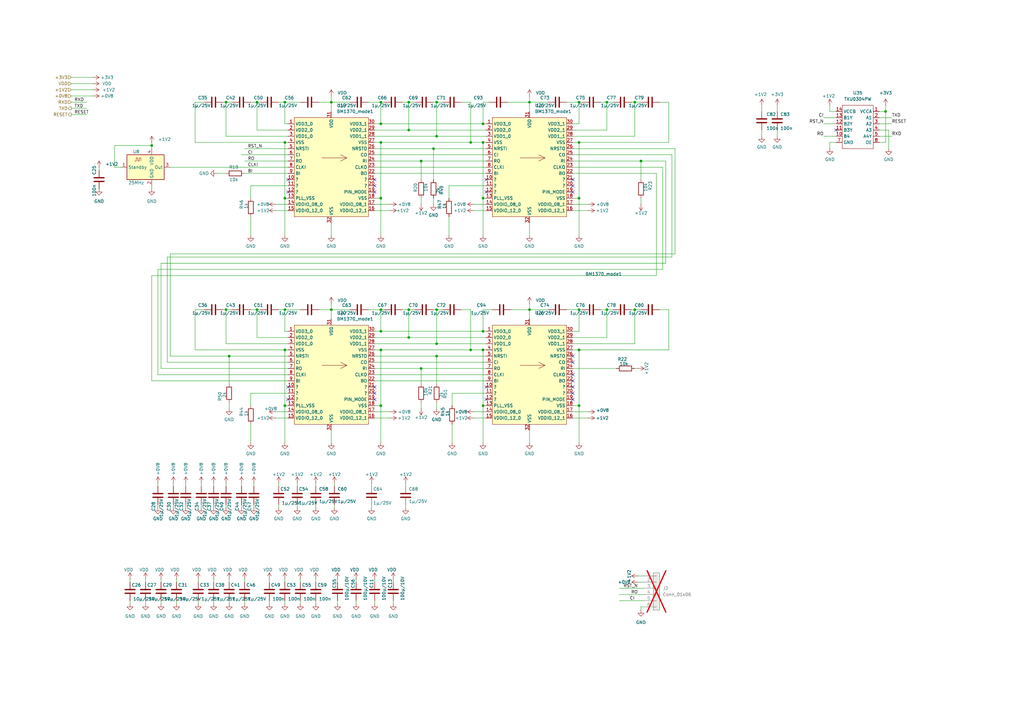
<source format=kicad_sch>
(kicad_sch (version 20250114) (generator "eeschema") (generator_version "9.0")
  (paper "A3")
  (title_block (title "BM1366 PiAxe") (date "2023-10-10") (rev "202"))
  (junction (at 217.17 41.91))
  (junction (at 262.89 66.04))
  (junction (at 156.21 41.91))
  (junction (at 167.64 127))
  (junction (at 248.92 41.91))
  (junction (at 198.12 166.37))
  (junction (at 167.64 41.91))
  (junction (at 363.22 45.72))
  (junction (at 237.49 127))
  (junction (at 92.71 127))
  (junction (at 105.41 127))
  (junction (at 92.71 41.91))
  (junction (at 179.07 127))
  (junction (at 135.89 127))
  (junction (at 116.84 166.37))
  (junction (at 237.49 166.37))
  (junction (at 156.21 50.8))
  (junction (at 62.23 59.69))
  (junction (at 116.84 127))
  (junction (at 116.84 143.51))
  (junction (at 193.04 58.42))
  (junction (at 198.12 135.89))
  (junction (at 93.98 146.05))
  (junction (at 198.12 81.28))
  (junction (at 156.21 127))
  (junction (at 237.49 81.28))
  (junction (at 237.49 58.42))
  (junction (at 260.35 41.91))
  (junction (at 177.8 60.96))
  (junction (at 193.04 143.51))
  (junction (at 172.72 151.13))
  (junction (at 198.12 50.8))
  (junction (at 156.21 135.89))
  (junction (at 237.49 143.51))
  (junction (at 135.89 41.91))
  (junction (at 179.07 146.05))
  (junction (at 260.35 127))
  (junction (at 156.21 143.51))
  (junction (at 105.41 41.91))
  (junction (at 156.21 166.37))
  (junction (at 237.49 41.91))
  (junction (at 116.84 58.42))
  (junction (at 248.92 127))
  (junction (at 179.07 140.97))
  (junction (at 172.72 66.04))
  (junction (at 217.17 127))
  (junction (at 167.64 138.43))
  (junction (at 116.84 41.91))
  (junction (at 116.84 81.28))
  (junction (at 156.21 58.42))
  (junction (at 179.07 55.88))
  (junction (at 198.12 58.42))
  (junction (at 156.21 81.28))
  (junction (at 167.64 53.34))
  (junction (at 179.07 41.91))
  (junction (at 198.12 143.51))
  (no_connect (at 234.95 73.66))
  (no_connect (at 153.67 163.83))
  (no_connect (at 342.9 53.34))
  (no_connect (at 153.67 158.75))
  (no_connect (at 234.95 78.74))
  (no_connect (at 118.11 163.83))
  (no_connect (at 153.67 161.29))
  (no_connect (at 234.95 153.67))
  (no_connect (at 234.95 161.29))
  (no_connect (at 234.95 148.59))
  (no_connect (at 234.95 156.21))
  (no_connect (at 153.67 73.66))
  (no_connect (at 153.67 76.2))
  (no_connect (at 234.95 158.75))
  (no_connect (at 234.95 163.83))
  (no_connect (at 199.39 158.75))
  (no_connect (at 199.39 78.74))
  (no_connect (at 199.39 163.83))
  (no_connect (at 234.95 146.05))
  (no_connect (at 199.39 73.66))
  (no_connect (at 153.67 78.74))
  (no_connect (at 118.11 78.74))
  (no_connect (at 118.11 158.75))
  (no_connect (at 118.11 73.66))
  (no_connect (at 234.95 76.2))
  (wire (pts (xy 153.67 151.13) (xy 172.72 151.13)))
  (wire (pts (xy 151.13 127) (xy 156.21 127)))
  (wire (pts (xy 87.63 246.38) (xy 87.63 247.65)))
  (wire (pts (xy 129.54 207.01) (xy 129.54 208.28)))
  (wire (pts (xy 185.42 161.29) (xy 199.39 161.29)))
  (wire (pts (xy 156.21 143.51) (xy 156.21 166.37)))
  (wire (pts (xy 62.23 59.69) (xy 62.23 60.96)))
  (wire (pts (xy 172.72 66.04) (xy 172.72 73.66)))
  (wire (pts (xy 66.04 246.38) (xy 66.04 247.65)))
  (wire (pts (xy 66.04 107.95) (xy 66.04 151.13)))
  (wire (pts (xy 259.08 127) (xy 260.35 127)))
  (wire (pts (xy 234.95 53.34) (xy 248.92 53.34)))
  (wire (pts (xy 167.64 138.43) (xy 199.39 138.43)))
  (wire (pts (xy 177.8 60.96) (xy 177.8 73.66)))
  (wire (pts (xy 29.21 34.29) (xy 38.1 34.29)))
  (wire (pts (xy 137.16 199.39) (xy 137.16 198.12)))
  (wire (pts (xy 179.07 55.88) (xy 179.07 41.91)))
  (wire (pts (xy 129.54 237.49) (xy 129.54 238.76)))
  (wire (pts (xy 217.17 176.53) (xy 217.17 181.61)))
  (wire (pts (xy 167.64 127) (xy 170.18 127)))
  (wire (pts (xy 246.38 127) (xy 248.92 127)))
  (wire (pts (xy 193.04 58.42) (xy 193.04 41.91)))
  (wire (pts (xy 167.64 53.34) (xy 167.64 41.91)))
  (wire (pts (xy 64.77 198.12) (xy 64.77 199.39)))
  (wire (pts (xy 156.21 58.42) (xy 156.21 81.28)))
  (wire (pts (xy 100.33 71.12) (xy 118.11 71.12)))
  (wire (pts (xy 237.49 41.91) (xy 238.76 41.91)))
  (wire (pts (xy 337.82 48.26) (xy 342.9 48.26)))
  (wire (pts (xy 105.41 127) (xy 106.68 127)))
  (wire (pts (xy 269.24 71.12) (xy 269.24 113.03)))
  (wire (pts (xy 274.32 127) (xy 270.51 127)))
  (wire (pts (xy 62.23 58.42) (xy 62.23 59.69)))
  (wire (pts (xy 64.77 207.01) (xy 64.77 208.28)))
  (wire (pts (xy 340.36 43.18) (xy 340.36 45.72)))
  (wire (pts (xy 62.23 113.03) (xy 62.23 156.21)))
  (wire (pts (xy 234.95 138.43) (xy 248.92 138.43)))
  (wire (pts (xy 153.67 168.91) (xy 160.02 168.91)))
  (wire (pts (xy 153.67 148.59) (xy 199.39 148.59)))
  (wire (pts (xy 234.95 58.42) (xy 237.49 58.42)))
  (wire (pts (xy 234.95 86.36) (xy 241.3 86.36)))
  (wire (pts (xy 40.64 68.58) (xy 40.64 69.85)))
  (wire (pts (xy 156.21 50.8) (xy 198.12 50.8)))
  (wire (pts (xy 156.21 135.89) (xy 156.21 127)))
  (wire (pts (xy 153.67 140.97) (xy 179.07 140.97)))
  (wire (pts (xy 198.12 166.37) (xy 198.12 181.61)))
  (wire (pts (xy 261.62 238.76) (xy 264.16 238.76)))
  (wire (pts (xy 234.95 143.51) (xy 237.49 143.51)))
  (wire (pts (xy 99.06 63.5) (xy 118.11 63.5)))
  (wire (pts (xy 156.21 166.37) (xy 156.21 181.61)))
  (wire (pts (xy 104.14 207.01) (xy 104.14 208.28)))
  (wire (pts (xy 137.16 207.01) (xy 137.16 208.28)))
  (wire (pts (xy 153.67 58.42) (xy 156.21 58.42)))
  (wire (pts (xy 217.17 41.91) (xy 224.79 41.91)))
  (wire (pts (xy 153.67 146.05) (xy 179.07 146.05)))
  (wire (pts (xy 262.89 81.28) (xy 262.89 83.82)))
  (wire (pts (xy 179.07 55.88) (xy 199.39 55.88)))
  (wire (pts (xy 271.78 68.58) (xy 234.95 68.58)))
  (wire (pts (xy 234.95 171.45) (xy 241.3 171.45)))
  (wire (pts (xy 153.67 237.49) (xy 153.67 238.76)))
  (wire (pts (xy 59.69 237.49) (xy 59.69 238.76)))
  (wire (pts (xy 217.17 124.46) (xy 217.17 127)))
  (wire (pts (xy 82.55 207.01) (xy 82.55 208.28)))
  (wire (pts (xy 76.2 207.01) (xy 76.2 208.28)))
  (wire (pts (xy 179.07 127) (xy 181.61 127)))
  (wire (pts (xy 116.84 81.28) (xy 116.84 96.52)))
  (wire (pts (xy 198.12 127) (xy 201.93 127)))
  (wire (pts (xy 46.99 59.69) (xy 46.99 68.58)))
  (wire (pts (xy 66.04 151.13) (xy 118.11 151.13)))
  (wire (pts (xy 237.49 50.8) (xy 237.49 41.91)))
  (wire (pts (xy 246.38 41.91) (xy 248.92 41.91)))
  (wire (pts (xy 153.67 66.04) (xy 172.72 66.04)))
  (wire (pts (xy 364.49 53.34) (xy 360.68 53.34)))
  (wire (pts (xy 118.11 161.29) (xy 102.87 161.29)))
  (wire (pts (xy 123.19 246.38) (xy 123.19 247.65)))
  (wire (pts (xy 71.12 198.12) (xy 71.12 199.39)))
  (wire (pts (xy 194.31 83.82) (xy 199.39 83.82)))
  (wire (pts (xy 248.92 41.91) (xy 251.46 41.91)))
  (wire (pts (xy 29.21 31.75) (xy 38.1 31.75)))
  (wire (pts (xy 59.69 246.38) (xy 59.69 247.65)))
  (wire (pts (xy 62.23 59.69) (xy 46.99 59.69)))
  (wire (pts (xy 93.98 246.38) (xy 93.98 247.65)))
  (wire (pts (xy 217.17 39.37) (xy 217.17 41.91)))
  (wire (pts (xy 273.05 107.95) (xy 66.04 107.95)))
  (wire (pts (xy 146.05 237.49) (xy 146.05 238.76)))
  (wire (pts (xy 237.49 166.37) (xy 237.49 181.61)))
  (wire (pts (xy 184.15 88.9) (xy 184.15 96.52)))
  (wire (pts (xy 116.84 127) (xy 116.84 135.89)))
  (wire (pts (xy 100.33 246.38) (xy 100.33 247.65)))
  (wire (pts (xy 248.92 53.34) (xy 248.92 41.91)))
  (wire (pts (xy 179.07 140.97) (xy 179.07 127)))
  (wire (pts (xy 72.39 237.49) (xy 72.39 238.76)))
  (wire (pts (xy 100.33 237.49) (xy 100.33 238.76)))
  (wire (pts (xy 275.59 63.5) (xy 234.95 63.5)))
  (wire (pts (xy 275.59 105.41) (xy 275.59 63.5)))
  (wire (pts (xy 179.07 146.05) (xy 199.39 146.05)))
  (wire (pts (xy 184.15 76.2) (xy 199.39 76.2)))
  (wire (pts (xy 177.8 81.28) (xy 177.8 83.82)))
  (wire (pts (xy 360.68 48.26) (xy 365.76 48.26)))
  (wire (pts (xy 156.21 135.89) (xy 198.12 135.89)))
  (wire (pts (xy 274.32 58.42) (xy 274.32 41.91)))
  (wire (pts (xy 234.95 55.88) (xy 260.35 55.88)))
  (wire (pts (xy 234.95 140.97) (xy 260.35 140.97)))
  (wire (pts (xy 153.67 63.5) (xy 199.39 63.5)))
  (wire (pts (xy 177.8 127) (xy 179.07 127)))
  (wire (pts (xy 135.89 124.46) (xy 135.89 127)))
  (wire (pts (xy 234.95 66.04) (xy 262.89 66.04)))
  (wire (pts (xy 179.07 146.05) (xy 179.07 157.48)))
  (wire (pts (xy 153.67 55.88) (xy 179.07 55.88)))
  (wire (pts (xy 116.84 135.89) (xy 118.11 135.89)))
  (wire (pts (xy 340.36 45.72) (xy 342.9 45.72)))
  (wire (pts (xy 151.13 41.91) (xy 156.21 41.91)))
  (wire (pts (xy 46.99 68.58) (xy 49.53 68.58)))
  (wire (pts (xy 153.67 71.12) (xy 199.39 71.12)))
  (wire (pts (xy 99.06 198.12) (xy 99.06 199.39)))
  (wire (pts (xy 318.77 53.34) (xy 318.77 55.88)))
  (wire (pts (xy 262.89 248.92) (xy 264.16 248.92)))
  (wire (pts (xy 217.17 127) (xy 217.17 130.81)))
  (wire (pts (xy 363.22 43.18) (xy 363.22 45.72)))
  (wire (pts (xy 110.49 237.49) (xy 110.49 238.76)))
  (wire (pts (xy 114.3 41.91) (xy 116.84 41.91)))
  (wire (pts (xy 92.71 140.97) (xy 118.11 140.97)))
  (wire (pts (xy 165.1 41.91) (xy 167.64 41.91)))
  (wire (pts (xy 172.72 165.1) (xy 172.72 167.64)))
  (wire (pts (xy 237.49 135.89) (xy 237.49 127)))
  (wire (pts (xy 69.85 146.05) (xy 93.98 146.05)))
  (wire (pts (xy 274.32 143.51) (xy 274.32 127)))
  (wire (pts (xy 114.3 198.12) (xy 114.3 199.39)))
  (wire (pts (xy 135.89 91.44) (xy 135.89 96.52)))
  (wire (pts (xy 105.41 41.91) (xy 106.68 41.91)))
  (wire (pts (xy 237.49 81.28) (xy 237.49 96.52)))
  (wire (pts (xy 156.21 81.28) (xy 156.21 96.52)))
  (wire (pts (xy 217.17 91.44) (xy 217.17 96.52)))
  (wire (pts (xy 273.05 66.04) (xy 273.05 107.95)))
  (wire (pts (xy 237.49 143.51) (xy 237.49 166.37)))
  (wire (pts (xy 200.66 41.91) (xy 198.12 41.91)))
  (wire (pts (xy 234.95 166.37) (xy 237.49 166.37)))
  (wire (pts (xy 123.19 237.49) (xy 123.19 238.76)))
  (wire (pts (xy 153.67 153.67) (xy 199.39 153.67)))
  (wire (pts (xy 92.71 55.88) (xy 92.71 41.91)))
  (wire (pts (xy 116.84 58.42) (xy 116.84 81.28)))
  (wire (pts (xy 172.72 151.13) (xy 172.72 157.48)))
  (wire (pts (xy 69.85 104.14) (xy 69.85 146.05)))
  (wire (pts (xy 135.89 41.91) (xy 143.51 41.91)))
  (wire (pts (xy 156.21 127) (xy 157.48 127)))
  (wire (pts (xy 116.84 143.51) (xy 116.84 166.37)))
  (wire (pts (xy 167.64 138.43) (xy 167.64 127)))
  (wire (pts (xy 153.67 81.28) (xy 156.21 81.28)))
  (wire (pts (xy 102.87 41.91) (xy 105.41 41.91)))
  (wire (pts (xy 102.87 127) (xy 105.41 127)))
  (wire (pts (xy 105.41 138.43) (xy 105.41 127)))
  (wire (pts (xy 116.84 58.42) (xy 80.01 58.42)))
  (wire (pts (xy 194.31 168.91) (xy 199.39 168.91)))
  (wire (pts (xy 194.31 86.36) (xy 199.39 86.36)))
  (wire (pts (xy 93.98 237.49) (xy 93.98 238.76)))
  (wire (pts (xy 80.01 41.91) (xy 83.82 41.91)))
  (wire (pts (xy 156.21 41.91) (xy 157.48 41.91)))
  (wire (pts (xy 114.3 127) (xy 116.84 127)))
  (wire (pts (xy 199.39 143.51) (xy 198.12 143.51)))
  (wire (pts (xy 234.95 168.91) (xy 241.3 168.91)))
  (wire (pts (xy 113.03 171.45) (xy 118.11 171.45)))
  (wire (pts (xy 217.17 41.91) (xy 217.17 45.72)))
  (wire (pts (xy 237.49 58.42) (xy 274.32 58.42)))
  (wire (pts (xy 121.92 198.12) (xy 121.92 199.39)))
  (wire (pts (xy 153.67 246.38) (xy 153.67 247.65)))
  (wire (pts (xy 153.67 156.21) (xy 199.39 156.21)))
  (wire (pts (xy 184.15 76.2) (xy 184.15 81.28)))
  (wire (pts (xy 72.39 246.38) (xy 72.39 247.65)))
  (wire (pts (xy 208.28 41.91) (xy 217.17 41.91)))
  (wire (pts (xy 177.8 60.96) (xy 199.39 60.96)))
  (wire (pts (xy 135.89 176.53) (xy 135.89 181.61)))
  (wire (pts (xy 116.84 127) (xy 123.19 127)))
  (wire (pts (xy 152.4 207.01) (xy 152.4 208.28)))
  (wire (pts (xy 113.03 86.36) (xy 118.11 86.36)))
  (wire (pts (xy 68.58 148.59) (xy 118.11 148.59)))
  (wire (pts (xy 166.37 207.01) (xy 166.37 208.28)))
  (wire (pts (xy 276.86 104.14) (xy 69.85 104.14)))
  (wire (pts (xy 116.84 143.51) (xy 80.01 143.51)))
  (wire (pts (xy 68.58 105.41) (xy 275.59 105.41)))
  (wire (pts (xy 92.71 41.91) (xy 95.25 41.91)))
  (wire (pts (xy 193.04 143.51) (xy 198.12 143.51)))
  (wire (pts (xy 64.77 110.49) (xy 271.78 110.49)))
  (wire (pts (xy 130.81 41.91) (xy 135.89 41.91)))
  (wire (pts (xy 76.2 198.12) (xy 76.2 199.39)))
  (wire (pts (xy 116.84 50.8) (xy 118.11 50.8)))
  (wire (pts (xy 113.03 83.82) (xy 118.11 83.82)))
  (wire (pts (xy 161.29 246.38) (xy 161.29 247.65)))
  (wire (pts (xy 93.98 165.1) (xy 93.98 167.64)))
  (wire (pts (xy 177.8 41.91) (xy 179.07 41.91)))
  (wire (pts (xy 87.63 237.49) (xy 87.63 238.76)))
  (wire (pts (xy 234.95 151.13) (xy 252.73 151.13)))
  (wire (pts (xy 153.67 135.89) (xy 156.21 135.89)))
  (wire (pts (xy 102.87 161.29) (xy 102.87 166.37)))
  (wire (pts (xy 363.22 45.72) (xy 360.68 45.72)))
  (wire (pts (xy 193.04 58.42) (xy 198.12 58.42)))
  (wire (pts (xy 91.44 41.91) (xy 92.71 41.91)))
  (wire (pts (xy 153.67 166.37) (xy 156.21 166.37)))
  (wire (pts (xy 69.85 68.58) (xy 118.11 68.58)))
  (wire (pts (xy 82.55 198.12) (xy 82.55 199.39)))
  (wire (pts (xy 234.95 71.12) (xy 269.24 71.12)))
  (wire (pts (xy 198.12 81.28) (xy 199.39 81.28)))
  (wire (pts (xy 337.82 55.88) (xy 342.9 55.88)))
  (wire (pts (xy 360.68 58.42) (xy 363.22 58.42)))
  (wire (pts (xy 129.54 199.39) (xy 129.54 198.12)))
  (wire (pts (xy 198.12 41.91) (xy 198.12 50.8)))
  (wire (pts (xy 105.41 53.34) (xy 105.41 41.91)))
  (wire (pts (xy 138.43 237.49) (xy 138.43 238.76)))
  (wire (pts (xy 318.77 43.18) (xy 318.77 45.72)))
  (wire (pts (xy 100.33 60.96) (xy 118.11 60.96)))
  (wire (pts (xy 259.08 41.91) (xy 260.35 41.91)))
  (wire (pts (xy 146.05 246.38) (xy 146.05 247.65)))
  (wire (pts (xy 260.35 55.88) (xy 260.35 41.91)))
  (wire (pts (xy 88.9 71.12) (xy 92.71 71.12)))
  (wire (pts (xy 234.95 83.82) (xy 241.3 83.82)))
  (wire (pts (xy 262.89 250.19) (xy 262.89 248.92)))
  (wire (pts (xy 135.89 127) (xy 143.51 127)))
  (wire (pts (xy 153.67 171.45) (xy 160.02 171.45)))
  (wire (pts (xy 194.31 171.45) (xy 199.39 171.45)))
  (wire (pts (xy 364.49 60.96) (xy 364.49 53.34)))
  (wire (pts (xy 116.84 166.37) (xy 118.11 166.37)))
  (wire (pts (xy 121.92 207.01) (xy 121.92 208.28)))
  (wire (pts (xy 198.12 143.51) (xy 198.12 166.37)))
  (wire (pts (xy 312.42 43.18) (xy 312.42 45.72)))
  (wire (pts (xy 153.67 86.36) (xy 160.02 86.36)))
  (wire (pts (xy 234.95 60.96) (xy 276.86 60.96)))
  (wire (pts (xy 102.87 76.2) (xy 102.87 81.28)))
  (wire (pts (xy 172.72 151.13) (xy 199.39 151.13)))
  (wire (pts (xy 260.35 127) (xy 262.89 127)))
  (wire (pts (xy 342.9 58.42) (xy 340.36 58.42)))
  (wire (pts (xy 91.44 127) (xy 92.71 127)))
  (wire (pts (xy 248.92 138.43) (xy 248.92 127)))
  (wire (pts (xy 116.84 246.38) (xy 116.84 247.65)))
  (wire (pts (xy 193.04 143.51) (xy 193.04 127)))
  (wire (pts (xy 80.01 127) (xy 83.82 127)))
  (wire (pts (xy 254 246.38) (xy 264.16 246.38)))
  (wire (pts (xy 153.67 68.58) (xy 199.39 68.58)))
  (wire (pts (xy 156.21 50.8) (xy 156.21 41.91)))
  (wire (pts (xy 167.64 53.34) (xy 199.39 53.34)))
  (wire (pts (xy 29.21 39.37) (xy 38.1 39.37)))
  (wire (pts (xy 217.17 127) (xy 224.79 127)))
  (wire (pts (xy 360.68 50.8) (xy 365.76 50.8)))
  (wire (pts (xy 93.98 146.05) (xy 93.98 157.48)))
  (wire (pts (xy 116.84 81.28) (xy 118.11 81.28)))
  (wire (pts (xy 237.49 58.42) (xy 237.49 81.28)))
  (wire (pts (xy 260.35 140.97) (xy 260.35 127)))
  (wire (pts (xy 93.98 146.05) (xy 118.11 146.05)))
  (wire (pts (xy 199.39 58.42) (xy 198.12 58.42)))
  (wire (pts (xy 135.89 39.37) (xy 135.89 41.91)))
  (wire (pts (xy 260.35 41.91) (xy 262.89 41.91)))
  (wire (pts (xy 104.14 198.12) (xy 104.14 199.39)))
  (wire (pts (xy 102.87 76.2) (xy 118.11 76.2)))
  (wire (pts (xy 340.36 58.42) (xy 340.36 60.96)))
  (wire (pts (xy 234.95 50.8) (xy 237.49 50.8)))
  (wire (pts (xy 116.84 237.49) (xy 116.84 238.76)))
  (wire (pts (xy 130.81 127) (xy 135.89 127)))
  (wire (pts (xy 167.64 41.91) (xy 170.18 41.91)))
  (wire (pts (xy 135.89 41.91) (xy 135.89 45.72)))
  (wire (pts (xy 193.04 41.91) (xy 189.23 41.91)))
  (wire (pts (xy 64.77 153.67) (xy 118.11 153.67)))
  (wire (pts (xy 92.71 55.88) (xy 118.11 55.88)))
  (wire (pts (xy 64.77 153.67) (xy 64.77 110.49)))
  (wire (pts (xy 234.95 135.89) (xy 237.49 135.89)))
  (wire (pts (xy 198.12 81.28) (xy 198.12 96.52)))
  (wire (pts (xy 153.67 138.43) (xy 167.64 138.43)))
  (wire (pts (xy 232.41 127) (xy 237.49 127)))
  (wire (pts (xy 248.92 127) (xy 251.46 127)))
  (wire (pts (xy 100.33 66.04) (xy 118.11 66.04)))
  (wire (pts (xy 92.71 127) (xy 95.25 127)))
  (wire (pts (xy 153.67 143.51) (xy 156.21 143.51)))
  (wire (pts (xy 113.03 168.91) (xy 118.11 168.91)))
  (wire (pts (xy 232.41 41.91) (xy 237.49 41.91)))
  (wire (pts (xy 87.63 198.12) (xy 87.63 199.39)))
  (wire (pts (xy 254 241.3) (xy 264.16 241.3)))
  (wire (pts (xy 234.95 81.28) (xy 237.49 81.28)))
  (wire (pts (xy 105.41 53.34) (xy 118.11 53.34)))
  (wire (pts (xy 360.68 55.88) (xy 365.76 55.88)))
  (wire (pts (xy 138.43 246.38) (xy 138.43 247.65)))
  (wire (pts (xy 102.87 173.99) (xy 102.87 181.61)))
  (wire (pts (xy 179.07 41.91) (xy 181.61 41.91)))
  (wire (pts (xy 62.23 76.2) (xy 62.23 77.47)))
  (wire (pts (xy 80.01 143.51) (xy 80.01 127)))
  (wire (pts (xy 102.87 88.9) (xy 102.87 96.52)))
  (wire (pts (xy 92.71 207.01) (xy 92.71 208.28)))
  (wire (pts (xy 179.07 165.1) (xy 179.07 167.64)))
  (wire (pts (xy 81.28 246.38) (xy 81.28 247.65)))
  (wire (pts (xy 185.42 161.29) (xy 185.42 166.37)))
  (wire (pts (xy 92.71 198.12) (xy 92.71 199.39)))
  (wire (pts (xy 337.82 50.8) (xy 342.9 50.8)))
  (wire (pts (xy 87.63 207.01) (xy 87.63 208.28)))
  (wire (pts (xy 260.35 151.13) (xy 261.62 151.13)))
  (wire (pts (xy 62.23 156.21) (xy 118.11 156.21)))
  (wire (pts (xy 92.71 140.97) (xy 92.71 127)))
  (wire (pts (xy 179.07 140.97) (xy 199.39 140.97)))
  (wire (pts (xy 262.89 66.04) (xy 273.05 66.04)))
  (wire (pts (xy 68.58 148.59) (xy 68.58 105.41)))
  (wire (pts (xy 129.54 246.38) (xy 129.54 247.65)))
  (wire (pts (xy 153.67 53.34) (xy 167.64 53.34)))
  (wire (pts (xy 116.84 41.91) (xy 123.19 41.91)))
  (wire (pts (xy 271.78 110.49) (xy 271.78 68.58)))
  (wire (pts (xy 118.11 58.42) (xy 116.84 58.42)))
  (wire (pts (xy 135.89 127) (xy 135.89 130.81)))
  (wire (pts (xy 261.62 236.22) (xy 264.16 236.22)))
  (wire (pts (xy 156.21 143.51) (xy 193.04 143.51)))
  (wire (pts (xy 71.12 207.01) (xy 71.12 208.28)))
  (wire (pts (xy 118.11 143.51) (xy 116.84 143.51)))
  (wire (pts (xy 172.72 81.28) (xy 172.72 83.82)))
  (wire (pts (xy 269.24 113.03) (xy 62.23 113.03)))
  (wire (pts (xy 29.21 41.91) (xy 35.56 41.91)))
  (wire (pts (xy 81.28 237.49) (xy 81.28 238.76)))
  (wire (pts (xy 237.49 143.51) (xy 274.32 143.51)))
  (wire (pts (xy 116.84 41.91) (xy 116.84 50.8)))
  (wire (pts (xy 166.37 199.39) (xy 166.37 198.12)))
  (wire (pts (xy 172.72 66.04) (xy 199.39 66.04)))
  (wire (pts (xy 274.32 41.91) (xy 270.51 41.91)))
  (wire (pts (xy 165.1 127) (xy 167.64 127)))
  (wire (pts (xy 198.12 127) (xy 198.12 135.89)))
  (wire (pts (xy 105.41 138.43) (xy 118.11 138.43)))
  (wire (pts (xy 53.34 237.49) (xy 53.34 238.76)))
  (wire (pts (xy 156.21 58.42) (xy 193.04 58.42)))
  (wire (pts (xy 66.04 237.49) (xy 66.04 238.76)))
  (wire (pts (xy 153.67 83.82) (xy 160.02 83.82)))
  (wire (pts (xy 209.55 127) (xy 217.17 127)))
  (wire (pts (xy 262.89 66.04) (xy 262.89 73.66)))
  (wire (pts (xy 198.12 58.42) (xy 198.12 81.28)))
  (wire (pts (xy 110.49 246.38) (xy 110.49 247.65)))
  (wire (pts (xy 153.67 60.96) (xy 177.8 60.96)))
  (wire (pts (xy 153.67 50.8) (xy 156.21 50.8)))
  (wire (pts (xy 114.3 207.01) (xy 114.3 208.28)))
  (wire (pts (xy 193.04 127) (xy 189.23 127)))
  (wire (pts (xy 116.84 166.37) (xy 116.84 181.61)))
  (wire (pts (xy 29.21 44.45) (xy 35.56 44.45)))
  (wire (pts (xy 312.42 53.34) (xy 312.42 55.88)))
  (wire (pts (xy 152.4 198.12) (xy 152.4 199.39)))
  (wire (pts (xy 185.42 173.99) (xy 185.42 181.61)))
  (wire (pts (xy 254 243.84) (xy 264.16 243.84)))
  (wire (pts (xy 80.01 58.42) (xy 80.01 41.91)))
  (wire (pts (xy 276.86 60.96) (xy 276.86 104.14)))
  (wire (pts (xy 198.12 50.8) (xy 199.39 50.8)))
  (wire (pts (xy 363.22 58.42) (xy 363.22 45.72)))
  (wire (pts (xy 99.06 207.01) (xy 99.06 208.28)))
  (wire (pts (xy 237.49 127) (xy 238.76 127)))
  (wire (pts (xy 29.21 46.99) (xy 35.56 46.99)))
  (wire (pts (xy 53.34 246.38) (xy 53.34 247.65)))
  (wire (pts (xy 29.21 36.83) (xy 38.1 36.83)))
  (wire (pts (xy 161.29 237.49) (xy 161.29 238.76)))
  (wire (pts (xy 198.12 135.89) (xy 199.39 135.89)))
  (wire (pts (xy 198.12 166.37) (xy 199.39 166.37)))
  (label "RO" (at 337.82 55.88 180))
  (label "RESET" (at 365.76 50.8 0))
  (label "RST_N" (at 261.62 241.3 180))
  (label "RO" (at 101.6 66.04 0))
  (label "CI" (at 260.35 246.38 180))
  (label "CLKI" (at 101.6 68.58 0))
  (label "TXD" (at 30.48 44.45 0))
  (label "RXD" (at 30.48 41.91 0))
  (label "RST_N" (at 101.6 60.96 0))
  (label "TXD" (at 365.76 48.26 0))
  (label "RST_N" (at 337.82 50.8 180))
  (label "RXD" (at 365.76 55.88 0))
  (label "RESET" (at 30.48 46.99 0))
  (label "RO" (at 261.62 243.84 180))
  (label "BI" (at 101.6 71.12 0))
  (label "CI" (at 101.6 63.5 0))
  (label "CI" (at 337.82 48.26 180))
  (hierarchical_label "+3V3" (shape input) (at 29.21 31.75 180))
  (hierarchical_label "+0V8" (shape input) (at 29.21 39.37 180))
  (hierarchical_label "+1V2" (shape input) (at 29.21 36.83 180))
  (hierarchical_label "TXD" (shape output) (at 29.21 44.45 180))
  (hierarchical_label "RESET" (shape output) (at 29.21 46.99 180))
  (hierarchical_label "VDD" (shape input) (at 29.21 34.29 180))
  (hierarchical_label "RXD" (shape input) (at 29.21 41.91 180))
  (symbol (lib_id "power:GND") (at 64.77 208.28 0) (mirror y) (unit 1)
    (property "Reference" "#PWR062" (effects (hide yes)))
    (property "Value" "GND" (at 64.77 212.725 0))
  )
  (symbol (lib_name "GND_7") (lib_id "power:GND") (at 123.19 247.65 0) (unit 1)
    (property "Reference" "#PWR0102" (effects (hide yes)))
    (property "Value" "GND" (at 123.19 252.73 0))
  )
  (symbol (lib_id "power:GND") (at 312.42 55.88 0) (mirror y) (unit 1)
    (property "Reference" "#PWR0150" (effects (hide yes)))
    (property "Value" "GND" (at 312.42 60.325 0))
  )
  (symbol (lib_id "Device:C") (at 173.99 127 90) (unit 1)
    (property "Reference" "C70" (at 171.45 124.46 90) (effects (justify left bottom)))
    (property "Value" "1µ/25V" (at 172.72 127.635 90) (effects (justify left bottom)))
    (property "Footprint" "Capacitor_SMD:C_0805_2012Metric" (effects (hide yes)))
    (property "Distributor" "D" (effects (hide yes)))
    (property "Manufacturer" "CL21B105KBFNNNE" (effects (hide yes)))
    (property "OrderNr" "1276-1029-1-ND" (effects (hide yes)))
    (property "temp-coefficient" "X7R" (effects (hide yes)))
  )
  (symbol (lib_name "GND_7") (lib_id "power:GND") (at 81.28 247.65 0) (unit 1)
    (property "Reference" "#PWR070" (effects (hide yes)))
    (property "Value" "GND" (at 81.28 252.73 0))
  )
  (symbol (lib_id "power:VDD") (at 153.67 237.49 0) (unit 1)
    (property "Reference" "#PWR037" (effects (hide yes)))
    (property "Value" "VDD" (at 151.13 233.68 0) (effects (justify left)))
    (property "Description" "Power symbol creates a global label with name \"VDD\"" (effects (hide yes)))
  )
  (symbol (lib_id "power:VDD") (at 38.1 34.29 270) (unit 1)
    (property "Reference" "#PWR050" (effects (hide yes)))
    (property "Value" "VDD" (at 41.91 34.2899 90) (effects (justify left)))
    (property "Description" "Power symbol creates a global label with name \"VDD\"" (effects (hide yes)))
  )
  (symbol (lib_id "Device:C") (at 92.71 203.2 180) (unit 1)
    (property "Reference" "C40" (at 90.17 205.74 90) (effects (justify left bottom)))
    (property "Value" "1µ/25V" (at 93.345 204.47 90) (effects (justify left bottom)))
    (property "Footprint" "Capacitor_SMD:C_0805_2012Metric" (effects (hide yes)))
    (property "Distributor" "D" (effects (hide yes)))
    (property "Manufacturer" "CL21B105KBFNNNE" (effects (hide yes)))
    (property "OrderNr" "1276-1029-1-ND" (effects (hide yes)))
    (property "temp-coefficient" "X7R" (effects (hide yes)))
  )
  (symbol (lib_id "mylib7:+0V8") (at 113.03 168.91 90) (unit 1)
    (property "Reference" "#U018" (effects (hide yes)))
    (property "Value" "+0V8" (at 113.665 167.64 90) (effects (justify left)))
    (property "Distributor" "-" (effects (hide yes)))
  )
  (symbol (lib_id "power:+1V2") (at 62.23 58.42 0) (unit 1)
    (property "Reference" "#PWR060" (effects (hide yes)))
    (property "Value" "+1V2" (at 64.77 57.1499 0) (effects (justify left)))
    (property "Description" "Power symbol creates a global label with name \"+1V2\"" (effects (hide yes)))
  )
  (symbol (lib_id "power:+1V2") (at 312.42 43.18 0) (unit 1)
    (property "Reference" "#PWR0149" (effects (hide yes)))
    (property "Value" "+1V2" (at 309.245 38.735 0) (effects (justify left)))
    (property "Description" "Power symbol creates a global label with name \"+1V2\"" (effects (hide yes)))
  )
  (symbol (lib_id "power:+1V2") (at 261.62 236.22 90) (unit 1)
    (property "Reference" "#PWR0190" (effects (hide yes)))
    (property "Value" "+1V2" (at 258.064 236.22 0))
    (property "Description" "Power symbol creates a global label with name \"+1V2\"" (effects (hide yes)))
  )
  (symbol (lib_name "GND_7") (lib_id "power:GND") (at 72.39 247.65 0) (unit 1)
    (property "Reference" "#PWR067" (effects (hide yes)))
    (property "Value" "GND" (at 72.39 252.73 0))
  )
  (symbol (lib_id "power:VDD") (at 93.98 237.49 0) (unit 1)
    (property "Reference" "#PWR079" (effects (hide yes)))
    (property "Value" "VDD" (at 91.44 233.68 0) (effects (justify left)))
    (property "Description" "Power symbol creates a global label with name \"VDD\"" (effects (hide yes)))
  )
  (symbol (lib_id "power:GND") (at 217.17 181.61 0) (mirror y) (unit 1)
    (property "Reference" "#PWR0134" (effects (hide yes)))
    (property "Value" "GND" (at 217.17 186.055 0))
  )
  (symbol (lib_id "power:VDD") (at 217.17 39.37 0) (unit 1)
    (property "Reference" "#PWR0131" (effects (hide yes)))
    (property "Value" "VDD" (at 219.71 38.0999 0) (effects (justify left)))
    (property "Description" "Power symbol creates a global label with name \"VDD\"" (effects (hide yes)))
  )
  (symbol (lib_id "power:GND") (at 217.17 96.52 0) (mirror y) (unit 1)
    (property "Reference" "#PWR0132" (effects (hide yes)))
    (property "Value" "GND" (at 217.17 100.965 0))
  )
  (symbol (lib_id "Device:R") (at 172.72 77.47 0) (unit 1)
    (property "Reference" "R20" (at 170.434 76.962 90))
    (property "Value" "10k" (at 174.625 76.835 90))
    (property "Footprint" "Resistor_SMD:R_0805_2012Metric" (effects (hide yes)))
    (property "Distributor" "D" (effects (hide yes)))
    (property "Manufacturer" "RMCF0805FT10K0" (effects (hide yes)))
    (property "OrderNr" "RMCF0805FT10K0CT-ND" (effects (hide yes)))
  )
  (symbol (lib_id "power:GND") (at 166.37 208.28 0) (mirror y) (unit 1)
    (property "Reference" "#PWR0124" (effects (hide yes)))
    (property "Value" "GND" (at 166.37 212.725 0))
  )
  (symbol (lib_id "Device:C") (at 99.06 127 90) (unit 1)
    (property "Reference" "C43" (at 96.52 124.46 90) (effects (justify left bottom)))
    (property "Value" "1µ/25V" (at 97.79 127.635 90) (effects (justify left bottom)))
    (property "Footprint" "Capacitor_SMD:C_0805_2012Metric" (effects (hide yes)))
    (property "Distributor" "D" (effects (hide yes)))
    (property "Manufacturer" "CL21B105KBFNNNE" (effects (hide yes)))
    (property "OrderNr" "1276-1029-1-ND" (effects (hide yes)))
    (property "temp-coefficient" "X7R" (effects (hide yes)))
  )
  (symbol (lib_id "power:+1V2") (at 113.03 86.36 90) (unit 1)
    (property "Reference" "#PWR091" (effects (hide yes)))
    (property "Value" "+1V2" (at 107.95 86.36 90))
    (property "Description" "Power symbol creates a global label with name \"+1V2\"" (effects (hide yes)))
  )
  (symbol (lib_id "power:VDD") (at 123.19 237.49 0) (unit 1)
    (property "Reference" "#PWR0101" (effects (hide yes)))
    (property "Value" "VDD" (at 120.65 233.68 0) (effects (justify left)))
    (property "Description" "Power symbol creates a global label with name \"VDD\"" (effects (hide yes)))
  )
  (symbol (lib_id "power:VDD") (at 66.04 237.49 0) (unit 1)
    (property "Reference" "#PWR063" (effects (hide yes)))
    (property "Value" "VDD" (at 63.5 233.68 0) (effects (justify left)))
    (property "Description" "Power symbol creates a global label with name \"VDD\"" (effects (hide yes)))
  )
  (symbol (lib_id "power:GND") (at 237.49 181.61 0) (mirror y) (unit 1)
    (property "Reference" "#PWR0136" (effects (hide yes)))
    (property "Value" "GND" (at 237.49 186.055 0))
  )
  (symbol (lib_id "Device:C") (at 185.42 41.91 90) (unit 1)
    (property "Reference" "C71" (at 182.88 39.37 90) (effects (justify left bottom)))
    (property "Value" "1µ/25V" (at 184.15 42.545 90) (effects (justify left bottom)))
    (property "Footprint" "Capacitor_SMD:C_0805_2012Metric" (effects (hide yes)))
    (property "Distributor" "D" (effects (hide yes)))
    (property "Manufacturer" "CL21B105KBFNNNE" (effects (hide yes)))
    (property "OrderNr" "1276-1029-1-ND" (effects (hide yes)))
    (property "temp-coefficient" "X7R" (effects (hide yes)))
  )
  (symbol (lib_id "power:VDD") (at 87.63 237.49 0) (unit 1)
    (property "Reference" "#PWR073" (effects (hide yes)))
    (property "Value" "VDD" (at 85.09 233.68 0) (effects (justify left)))
    (property "Description" "Power symbol creates a global label with name \"VDD\"" (effects (hide yes)))
  )
  (symbol (lib_id "power:GND") (at 135.89 96.52 0) (mirror y) (unit 1)
    (property "Reference" "#PWR0108" (effects (hide yes)))
    (property "Value" "GND" (at 135.89 100.965 0))
  )
  (symbol (lib_id "Device:R") (at 185.42 170.18 0) (mirror y) (unit 1)
    (property "Reference" "R45" (at 181.61 168.91 90))
    (property "Value" "1k" (at 183.515 169.545 90))
    (property "Footprint" "Resistor_SMD:R_0805_2012Metric" (effects (hide yes)))
    (property "Distributor" "D" (effects (hide yes)))
    (property "Manufacturer" "RNCP0805FTD1K00" (effects (hide yes)))
    (property "OrderNr" "RNCP0805FTD1K00CT-ND" (effects (hide yes)))
  )
  (symbol (lib_name "GND_4") (lib_id "power:GND") (at 88.9 71.12 270) (unit 1)
    (property "Reference" "#PWR075" (effects (hide yes)))
    (property "Value" "GND" (at 85.725 71.12 90) (effects (justify right)))
  )
  (symbol (lib_id "Device:C") (at 161.29 242.57 0) (unit 1)
    (property "Reference" "C13" (at 160.02 241.3 90) (effects (justify left)))
    (property "Value" "100µ/10V" (at 165.1 246.38 90) (effects (justify left)))
    (property "Footprint" "Capacitor_SMD:C_1210_3225Metric" (effects (hide yes)))
    (property "Distributor" "D" (effects (hide yes)))
    (property "Manufacturer" "C1210C107M8PAC7800" (effects (hide yes)))
    (property "OrderNr" "399-C1210C107M8PAC7800CT-ND" (effects (hide yes)))
    (property "temp-coefficient" "X5R" (effects (hide yes)))
  )
  (symbol (lib_id "mylib7:+0V8") (at 241.3 83.82 270) (unit 1)
    (property "Reference" "#U027" (effects (hide yes)))
    (property "Value" "+0V8" (at 244.475 83.82 90) (effects (justify left)))
    (property "Distributor" "-" (effects (hide yes)))
  )
  (symbol (lib_id "power:GND") (at 161.29 247.65 0) (mirror y) (unit 1)
    (property "Reference" "#PWR040" (effects (hide yes)))
    (property "Value" "GND" (at 161.29 252.73 0))
  )
  (symbol (lib_id "mylib7:TXU0304") (at 350.52 50.8 0) (mirror y) (unit 1)
    (property "Reference" "U35" (at 351.79 38.1 0))
    (property "Value" "TXU0304PW" (at 351.79 40.64 0))
    (property "Footprint" "Package_SO:TSSOP-14_4.4x5mm_P0.65mm" (effects (hide yes)))
    (property "Distributor" "D" (effects (hide yes)))
    (property "Manufacturer" "TXU0304PWR" (effects (hide yes)))
    (property "OrderNr" "296-TXU0304PWRCT-ND" (effects (hide yes)))
  )
  (symbol (lib_id "power:+1V2") (at 160.02 86.36 270) (unit 1)
    (property "Reference" "#PWR0121" (effects (hide yes)))
    (property "Value" "+1V2" (at 165.1 86.36 90))
    (property "Description" "Power symbol creates a global label with name \"+1V2\"" (effects (hide yes)))
  )
  (symbol (lib_id "power:+1V2") (at 38.1 36.83 270) (unit 1)
    (property "Reference" "#PWR051" (effects (hide yes)))
    (property "Value" "+1V2" (at 41.91 36.8299 90) (effects (justify left)))
    (property "Description" "Power symbol creates a global label with name \"+1V2\"" (effects (hide yes)))
  )
  (symbol (lib_id "power:+1V2") (at 152.4 198.12 0) (unit 1)
    (property "Reference" "#PWR0115" (effects (hide yes)))
    (property "Value" "+1V2" (at 152.4 194.564 0))
    (property "Description" "Power symbol creates a global label with name \"+1V2\"" (effects (hide yes)))
  )
  (symbol (lib_id "mylib7:+0V8") (at 99.06 198.12 0) (unit 1)
    (property "Reference" "#U015" (effects (hide yes)))
    (property "Value" "+0V8" (at 99.06 194.945 90) (effects (justify left)))
    (property "Distributor" "-" (effects (hide yes)))
  )
  (symbol (lib_id "power:GND") (at 92.71 208.28 0) (mirror y) (unit 1)
    (property "Reference" "#PWR078" (effects (hide yes)))
    (property "Value" "GND" (at 92.71 212.725 0))
  )
  (symbol (lib_id "power:VDD") (at 161.29 237.49 0) (unit 1)
    (property "Reference" "#PWR039" (effects (hide yes)))
    (property "Value" "VDD" (at 158.75 233.68 0) (effects (justify left)))
    (property "Description" "Power symbol creates a global label with name \"VDD\"" (effects (hide yes)))
  )
  (symbol (lib_id "mylib7:+0V8") (at 160.02 83.82 270) (unit 1)
    (property "Reference" "#U021" (effects (hide yes)))
    (property "Value" "+0V8" (at 163.195 83.82 90) (effects (justify left)))
    (property "Distributor" "-" (effects (hide yes)))
  )
  (symbol (lib_id "power:GND") (at 71.12 208.28 0) (mirror y) (unit 1)
    (property "Reference" "#PWR065" (effects (hide yes)))
    (property "Value" "GND" (at 71.12 212.725 0))
  )
  (symbol (lib_id "mylib7:+0V8") (at 71.12 198.12 0) (unit 1)
    (property "Reference" "#U010" (effects (hide yes)))
    (property "Value" "+0V8" (at 71.12 194.945 90) (effects (justify left)))
    (property "Distributor" "-" (effects (hide yes)))
  )
  (symbol (lib_id "Device:R") (at 93.98 161.29 180) (unit 1)
    (property "Reference" "R50" (at 90.17 162.56 90))
    (property "Value" "2k" (at 92.075 161.925 90))
    (property "Footprint" "Resistor_SMD:R_0805_2012Metric" (effects (hide yes)))
    (property "Distributor" "D" (effects (hide yes)))
    (property "Manufacturer" "CRG0805F2K0" (effects (hide yes)))
    (property "OrderNr" "A126358CT-ND" (effects (hide yes)))
  )
  (symbol (lib_id "Device:C") (at 173.99 41.91 90) (unit 1)
    (property "Reference" "C69" (at 171.45 39.37 90) (effects (justify left bottom)))
    (property "Value" "1µ/25V" (at 172.72 42.545 90) (effects (justify left bottom)))
    (property "Footprint" "Capacitor_SMD:C_0805_2012Metric" (effects (hide yes)))
    (property "Distributor" "D" (effects (hide yes)))
    (property "Manufacturer" "CL21B105KBFNNNE" (effects (hide yes)))
    (property "OrderNr" "1276-1029-1-ND" (effects (hide yes)))
    (property "temp-coefficient" "X7R" (effects (hide yes)))
  )
  (symbol (lib_id "Device:R") (at 177.8 77.47 0) (mirror x) (unit 1)
    (property "Reference" "R49" (at 181.102 77.978 90))
    (property "Value" "2k" (at 179.705 78.105 90))
    (property "Footprint" "Resistor_SMD:R_0805_2012Metric" (effects (hide yes)))
    (property "Distributor" "D" (effects (hide yes)))
    (property "Manufacturer" "CRG0805F2K0" (effects (hide yes)))
    (property "OrderNr" "A126358CT-ND" (effects (hide yes)))
  )
  (symbol (lib_id "Device:C") (at 110.49 242.57 0) (unit 1)
    (property "Reference" "C49" (at 111.125 240.665 0) (effects (justify left bottom)))
    (property "Value" "100n" (at 111.76 246.38 0) (effects (justify left bottom)))
    (property "Footprint" "Capacitor_SMD:C_0805_2012Metric" (effects (hide yes)))
    (property "Distributor" "D" (effects (hide yes)))
    (property "Manufacturer" "C0805C104K5RACTU" (effects (hide yes)))
    (property "OrderNr" "399-C0805C104K5RACTUCT-ND" (effects (hide yes)))
    (property "temp-coefficient" "X7R" (effects (hide yes)))
  )
  (symbol (lib_id "Device:C") (at 76.2 203.2 180) (unit 1)
    (property "Reference" "C32" (at 73.66 205.74 90) (effects (justify left bottom)))
    (property "Value" "1µ/25V" (at 76.835 204.47 90) (effects (justify left bottom)))
    (property "Footprint" "Capacitor_SMD:C_0805_2012Metric" (effects (hide yes)))
    (property "Distributor" "D" (effects (hide yes)))
    (property "Manufacturer" "CL21B105KBFNNNE" (effects (hide yes)))
    (property "OrderNr" "1276-1029-1-ND" (effects (hide yes)))
    (property "temp-coefficient" "X7R" (effects (hide yes)))
  )
  (symbol (lib_id "mylib7:+0V8") (at 87.63 198.12 0) (unit 1)
    (property "Reference" "#U013" (effects (hide yes)))
    (property "Value" "+0V8" (at 87.63 194.945 90) (effects (justify left)))
    (property "Distributor" "-" (effects (hide yes)))
  )
  (symbol (lib_id "Device:C") (at 138.43 242.57 0) (unit 1)
    (property "Reference" "C15" (at 137.16 241.3 90) (effects (justify left)))
    (property "Value" "100µ/10V" (at 142.24 246.38 90) (effects (justify left)))
    (property "Footprint" "Capacitor_SMD:C_1210_3225Metric" (effects (hide yes)))
    (property "Distributor" "D" (effects (hide yes)))
    (property "Manufacturer" "C1210C107M8PAC7800" (effects (hide yes)))
    (property "OrderNr" "399-C1210C107M8PAC7800CT-ND" (effects (hide yes)))
    (property "temp-coefficient" "X5R" (effects (hide yes)))
    (instances (project "power" (path "" (reference "C55") (unit 1))) (project "nerdqaxe++" (path "" (reference "C15") (unit 1))))
  )
  (symbol (lib_id "mylib7:+0V8") (at 194.31 168.91 90) (unit 1)
    (property "Reference" "#U024" (effects (hide yes)))
    (property "Value" "+0V8" (at 191.77 168.91 90) (effects (justify left)))
    (property "Distributor" "-" (effects (hide yes)))
  )
  (symbol (lib_id "power:GND") (at 198.12 181.61 0) (mirror y) (unit 1)
    (property "Reference" "#PWR0130" (effects (hide yes)))
    (property "Value" "GND" (at 198.12 186.055 0))
  )
  (symbol (lib_id "Device:C") (at 242.57 127 90) (unit 1)
    (property "Reference" "C76" (at 240.03 124.46 90) (effects (justify left bottom)))
    (property "Value" "1µ/25V" (at 241.3 127.635 90) (effects (justify left bottom)))
    (property "Footprint" "Capacitor_SMD:C_0805_2012Metric" (effects (hide yes)))
    (property "Distributor" "D" (effects (hide yes)))
    (property "Manufacturer" "CL21B105KBFNNNE" (effects (hide yes)))
    (property "OrderNr" "1276-1029-1-ND" (effects (hide yes)))
    (property "temp-coefficient" "X7R" (effects (hide yes)))
  )
  (symbol (lib_id "Device:R") (at 172.72 161.29 0) (unit 1)
    (property "Reference" "R21" (at 176.53 160.02 90))
    (property "Value" "10k" (at 174.625 160.655 90))
    (property "Footprint" "Resistor_SMD:R_0805_2012Metric" (effects (hide yes)))
    (property "Distributor" "D" (effects (hide yes)))
    (property "Manufacturer" "RMCF0805FT10K0" (effects (hide yes)))
    (property "OrderNr" "RMCF0805FT10K0CT-ND" (effects (hide yes)))
  )
  (symbol (lib_id "power:GND") (at 184.15 96.52 0) (mirror y) (unit 1)
    (property "Reference" "#PWR0234" (effects (hide yes)))
    (property "Value" "GND" (at 184.15 100.965 0))
  )
  (symbol (lib_id "power:GND") (at 102.87 96.52 0) (mirror y) (unit 1)
    (property "Reference" "#PWR0233" (effects (hide yes)))
    (property "Value" "GND" (at 102.87 100.965 0))
  )
  (symbol (lib_id "Device:C") (at 166.37 203.2 0) (unit 1)
    (property "Reference" "C68" (at 167.64 201.295 0) (effects (justify left bottom)))
    (property "Value" "1µ/25V" (at 167.64 206.375 0) (effects (justify left bottom)))
    (property "Footprint" "Capacitor_SMD:C_0805_2012Metric" (effects (hide yes)))
    (property "Distributor" "D" (effects (hide yes)))
    (property "Manufacturer" "CL21B105KBFNNNE" (effects (hide yes)))
    (property "OrderNr" "1276-1029-1-ND" (effects (hide yes)))
    (property "temp-coefficient" "X7R" (effects (hide yes)))
  )
  (symbol (lib_id "power:+1V2") (at 194.31 86.36 90) (unit 1)
    (property "Reference" "#PWR0127" (effects (hide yes)))
    (property "Value" "+1V2" (at 188.595 86.36 90))
    (property "Description" "Power symbol creates a global label with name \"+1V2\"" (effects (hide yes)))
  )
  (symbol (lib_id "power:+1V2") (at 172.72 167.64 180) (unit 1)
    (property "Reference" "#PWR0126" (effects (hide yes)))
    (property "Value" "+1V2" (at 172.72 171.196 0))
    (property "Description" "Power symbol creates a global label with name \"+1V2\"" (effects (hide yes)))
  )
  (symbol (lib_id "power:VDD") (at 81.28 237.49 0) (unit 1)
    (property "Reference" "#PWR069" (effects (hide yes)))
    (property "Value" "VDD" (at 78.74 233.68 0) (effects (justify left)))
    (property "Description" "Power symbol creates a global label with name \"VDD\"" (effects (hide yes)))
  )
  (symbol (lib_id "power:+1V2") (at 113.03 171.45 90) (unit 1)
    (property "Reference" "#PWR092" (effects (hide yes)))
    (property "Value" "+1V2" (at 107.95 171.45 90))
    (property "Description" "Power symbol creates a global label with name \"+1V2\"" (effects (hide yes)))
  )
  (symbol (lib_id "mylib7:+0V8") (at 113.03 83.82 90) (unit 1)
    (property "Reference" "#U017" (effects (hide yes)))
    (property "Value" "+0V8" (at 110.49 83.82 90) (effects (justify left)))
    (property "Distributor" "-" (effects (hide yes)))
  )
  (symbol (lib_id "power:+1V2") (at 137.16 198.12 0) (unit 1)
    (property "Reference" "#PWR0111" (effects (hide yes)))
    (property "Value" "+1V2" (at 137.16 194.564 0))
    (property "Description" "Power symbol creates a global label with name \"+1V2\"" (effects (hide yes)))
  )
  (symbol (lib_id "power:GND") (at 104.14 208.28 0) (mirror y) (unit 1)
    (property "Reference" "#PWR086" (effects (hide yes)))
    (property "Value" "GND" (at 104.14 212.725 0))
  )
  (symbol (lib_id "power:GND") (at 138.43 247.65 0) (mirror y) (unit 1)
    (property "Reference" "#PWR087" (effects (hide yes)))
    (property "Value" "GND" (at 138.43 252.73 0))
  )
  (symbol (lib_id "power:VDD") (at 53.34 237.49 0) (unit 1)
    (property "Reference" "#PWR056" (effects (hide yes)))
    (property "Value" "VDD" (at 50.8 233.68 0) (effects (justify left)))
    (property "Description" "Power symbol creates a global label with name \"VDD\"" (effects (hide yes)))
  )
  (symbol (lib_id "Device:C") (at 147.32 127 90) (unit 1)
    (property "Reference" "C63" (at 144.145 124.46 90) (effects (justify left bottom)))
    (property "Value" "1µ/25V" (at 146.05 127.635 90) (effects (justify left bottom)))
    (property "Footprint" "Capacitor_SMD:C_0805_2012Metric" (effects (hide yes)))
    (property "Distributor" "D" (effects (hide yes)))
    (property "Manufacturer" "CL21B105KBFNNNE" (effects (hide yes)))
    (property "OrderNr" "1276-1029-1-ND" (effects (hide yes)))
    (property "temp-coefficient" "X7R" (effects (hide yes)))
  )
  (symbol (lib_id "Device:C") (at 81.28 242.57 0) (unit 1)
    (property "Reference" "C33" (at 81.915 240.665 0) (effects (justify left bottom)))
    (property "Value" "1µ/25V" (at 82.55 246.38 0) (effects (justify left bottom)))
    (property "Footprint" "Capacitor_SMD:C_0805_2012Metric" (effects (hide yes)))
    (property "Distributor" "D" (effects (hide yes)))
    (property "Manufacturer" "CL21B105KBFNNNE" (effects (hide yes)))
    (property "OrderNr" "1276-1029-1-ND" (effects (hide yes)))
    (property "temp-coefficient" "X7R" (effects (hide yes)))
  )
  (symbol (lib_id "power:VDD") (at 138.43 237.49 0) (unit 1)
    (property "Reference" "#PWR076" (effects (hide yes)))
    (property "Value" "VDD" (at 135.89 233.68 0) (effects (justify left)))
    (property "Description" "Power symbol creates a global label with name \"VDD\"" (effects (hide yes)))
  )
  (symbol (lib_id "power:+1V2") (at 340.36 43.18 0) (unit 1)
    (property "Reference" "#PWR0163" (effects (hide yes)))
    (property "Value" "+1V2" (at 337.185 39.37 0) (effects (justify left)))
    (property "Description" "Power symbol creates a global label with name \"+1V2\"" (effects (hide yes)))
  )
  (symbol (lib_id "Device:R") (at 96.52 71.12 90) (unit 1)
    (property "Reference" "R19" (at 95.885 68.58 90))
    (property "Value" "10k" (at 95.885 73.66 90))
    (property "Footprint" "Resistor_SMD:R_0805_2012Metric" (effects (hide yes)))
    (property "Distributor" "D" (effects (hide yes)))
    (property "Manufacturer" "RMCF0805FT10K0" (effects (hide yes)))
    (property "OrderNr" "RMCF0805FT10K0CT-ND" (effects (hide yes)))
  )
  (symbol (lib_id "Device:C") (at 185.42 127 90) (unit 1)
    (property "Reference" "C72" (at 182.88 124.46 90) (effects (justify left bottom)))
    (property "Value" "1µ/25V" (at 184.15 127.635 90) (effects (justify left bottom)))
    (property "Footprint" "Capacitor_SMD:C_0805_2012Metric" (effects (hide yes)))
    (property "Distributor" "D" (effects (hide yes)))
    (property "Manufacturer" "CL21B105KBFNNNE" (effects (hide yes)))
    (property "OrderNr" "1276-1029-1-ND" (effects (hide yes)))
    (property "temp-coefficient" "X7R" (effects (hide yes)))
  )
  (symbol (lib_id "power:+3V3") (at 318.77 43.18 0) (unit 1)
    (property "Reference" "#PWR0151" (effects (hide yes)))
    (property "Value" "+3V3" (at 318.77 38.735 0))
  )
  (symbol (lib_id "mylib7:+0V8") (at 64.77 198.12 0) (unit 1)
    (property "Reference" "#U09" (effects (hide yes)))
    (property "Value" "+0V8" (at 64.77 194.945 90) (effects (justify left)))
    (property "Distributor" "-" (effects (hide yes)))
  )
  (symbol (lib_id "mylib7:+0V8") (at 194.31 83.82 90) (unit 1)
    (property "Reference" "#U023" (effects (hide yes)))
    (property "Value" "+0V8" (at 191.135 83.82 90) (effects (justify left)))
    (property "Distributor" "-" (effects (hide yes)))
  )
  (symbol (lib_id "Device:C") (at 99.06 203.2 180) (unit 1)
    (property "Reference" "C44" (at 96.52 205.74 90) (effects (justify left bottom)))
    (property "Value" "1µ/25V" (at 99.695 204.47 90) (effects (justify left bottom)))
    (property "Footprint" "Capacitor_SMD:C_0805_2012Metric" (effects (hide yes)))
    (property "Distributor" "D" (effects (hide yes)))
    (property "Manufacturer" "CL21B105KBFNNNE" (effects (hide yes)))
    (property "OrderNr" "1276-1029-1-ND" (effects (hide yes)))
    (property "temp-coefficient" "X7R" (effects (hide yes)))
  )
  (symbol (lib_id "power:VDD") (at 59.69 237.49 0) (unit 1)
    (property "Reference" "#PWR058" (effects (hide yes)))
    (property "Value" "VDD" (at 57.15 233.68 0) (effects (justify left)))
    (property "Description" "Power symbol creates a global label with name \"VDD\"" (effects (hide yes)))
  )
  (symbol (lib_id "Device:C") (at 228.6 41.91 90) (unit 1)
    (property "Reference" "C73" (at 225.425 39.37 90) (effects (justify left bottom)))
    (property "Value" "1µ/25V" (at 227.33 42.545 90) (effects (justify left bottom)))
    (property "Footprint" "Capacitor_SMD:C_0805_2012Metric" (effects (hide yes)))
    (property "Distributor" "D" (effects (hide yes)))
    (property "Manufacturer" "CL21B105KBFNNNE" (effects (hide yes)))
    (property "OrderNr" "1276-1029-1-ND" (effects (hide yes)))
    (property "temp-coefficient" "X7R" (effects (hide yes)))
  )
  (symbol (lib_id "Device:C") (at 318.77 49.53 0) (unit 1)
    (property "Reference" "C83" (at 320.04 47.625 0) (effects (justify left bottom)))
    (property "Value" "100n" (at 320.04 53.34 0) (effects (justify left bottom)))
    (property "Footprint" "Capacitor_SMD:C_0805_2012Metric" (effects (hide yes)))
    (property "Distributor" "D" (effects (hide yes)))
    (property "Manufacturer" "C0805C104K5RACTU" (effects (hide yes)))
    (property "OrderNr" "399-C0805C104K5RACTUCT-ND" (effects (hide yes)))
    (property "temp-coefficient" "X7R" (effects (hide yes)))
  )
  (symbol (lib_id "power:+1V2") (at 129.54 198.12 0) (unit 1)
    (property "Reference" "#PWR0103" (effects (hide yes)))
    (property "Value" "+1V2" (at 129.54 194.564 0))
    (property "Description" "Power symbol creates a global label with name \"+1V2\"" (effects (hide yes)))
  )
  (symbol (lib_id "power:GND") (at 137.16 208.28 0) (mirror y) (unit 1)
    (property "Reference" "#PWR0112" (effects (hide yes)))
    (property "Value" "GND" (at 137.16 212.725 0))
  )
  (symbol (lib_id "power:+1V2") (at 172.72 83.82 180) (unit 1)
    (property "Reference" "#PWR0125" (effects (hide yes)))
    (property "Value" "+1V2" (at 172.72 87.376 0))
    (property "Description" "Power symbol creates a global label with name \"+1V2\"" (effects (hide yes)))
  )
  (symbol (lib_id "Device:C") (at 116.84 242.57 0) (unit 1)
    (property "Reference" "C53" (at 117.475 240.665 0) (effects (justify left bottom)))
    (property "Value" "100n" (at 118.11 246.38 0) (effects (justify left bottom)))
    (property "Footprint" "Capacitor_SMD:C_0805_2012Metric" (effects (hide yes)))
    (property "Distributor" "D" (effects (hide yes)))
    (property "Manufacturer" "C0805C104K5RACTU" (effects (hide yes)))
    (property "OrderNr" "399-C0805C104K5RACTUCT-ND" (effects (hide yes)))
    (property "temp-coefficient" "X7R" (effects (hide yes)))
  )
  (symbol (lib_id "Device:C") (at 153.67 242.57 0) (unit 1)
    (property "Reference" "C11" (at 152.4 241.3 90) (effects (justify left)))
    (property "Value" "100µ/10V" (at 157.48 246.38 90) (effects (justify left)))
    (property "Footprint" "Capacitor_SMD:C_1210_3225Metric" (effects (hide yes)))
    (property "Distributor" "D" (effects (hide yes)))
    (property "Manufacturer" "C1210C107M8PAC7800" (effects (hide yes)))
    (property "OrderNr" "399-C1210C107M8PAC7800CT-ND" (effects (hide yes)))
    (property "temp-coefficient" "X5R" (effects (hide yes)))
  )
  (symbol (lib_id "power:GND") (at 198.12 96.52 0) (mirror y) (unit 1)
    (property "Reference" "#PWR0129" (effects (hide yes)))
    (property "Value" "GND" (at 198.12 100.965 0))
  )
  (symbol (lib_id "power:+1V2") (at 121.92 198.12 0) (unit 1)
    (property "Reference" "#PWR099" (effects (hide yes)))
    (property "Value" "+1V2" (at 121.92 194.564 0))
    (property "Description" "Power symbol creates a global label with name \"+1V2\"" (effects (hide yes)))
  )
  (symbol (lib_id "Device:C") (at 40.64 73.66 0) (unit 1)
    (property "Reference" "C25" (at 39.37 71.755 90) (effects (justify left bottom)))
    (property "Value" "100n" (at 39.37 80.645 90) (effects (justify left bottom)))
    (property "Footprint" "Capacitor_SMD:C_0805_2012Metric" (effects (hide yes)))
    (property "Distributor" "D" (effects (hide yes)))
    (property "Manufacturer" "C0805C104K5RACTU" (effects (hide yes)))
    (property "OrderNr" "399-C0805C104K5RACTUCT-ND" (effects (hide yes)))
    (property "temp-coefficient" "X7R" (effects (hide yes)))
  )
  (symbol (lib_id "mylib7:+0V8") (at 82.55 198.12 0) (unit 1)
    (property "Reference" "#U012" (effects (hide yes)))
    (property "Value" "+0V8" (at 82.55 194.945 90) (effects (justify left)))
    (property "Distributor" "-" (effects (hide yes)))
  )
  (symbol (lib_id "power:VDD") (at 116.84 237.49 0) (unit 1)
    (property "Reference" "#PWR097" (effects (hide yes)))
    (property "Value" "VDD" (at 114.3 233.68 0) (effects (justify left)))
    (property "Description" "Power symbol creates a global label with name \"VDD\"" (effects (hide yes)))
  )
  (symbol (lib_id "Device:C") (at 152.4 203.2 0) (unit 1)
    (property "Reference" "C64" (at 153.035 201.295 0) (effects (justify left bottom)))
    (property "Value" "1µ/25V" (at 153.035 207.01 0) (effects (justify left bottom)))
    (property "Footprint" "Capacitor_SMD:C_0805_2012Metric" (effects (hide yes)))
    (property "Distributor" "D" (effects (hide yes)))
    (property "Manufacturer" "CL21B105KBFNNNE" (effects (hide yes)))
    (property "OrderNr" "1276-1029-1-ND" (effects (hide yes)))
    (property "temp-coefficient" "X7R" (effects (hide yes)))
  )
  (symbol (lib_id "power:+1V2") (at 262.89 83.82 180) (unit 1)
    (property "Reference" "#PWR0140" (effects (hide yes)))
    (property "Value" "+1V2" (at 262.89 87.376 0))
    (property "Description" "Power symbol creates a global label with name \"+1V2\"" (effects (hide yes)))
  )
  (symbol (lib_id "Device:C") (at 146.05 242.57 0) (unit 1)
    (property "Reference" "C17" (at 144.78 241.3 90) (effects (justify left)))
    (property "Value" "100µ/10V" (at 149.86 246.38 90) (effects (justify left)))
    (property "Footprint" "Capacitor_SMD:C_1210_3225Metric" (effects (hide yes)))
    (property "Distributor" "D" (effects (hide yes)))
    (property "Manufacturer" "C1210C107M8PAC7800" (effects (hide yes)))
    (property "OrderNr" "399-C1210C107M8PAC7800CT-ND" (effects (hide yes)))
    (property "temp-coefficient" "X5R" (effects (hide yes)))
    (instances (project "power" (path "" (reference "C56") (unit 1))) (project "nerdqaxe++" (path "" (reference "C17") (unit 1))))
  )
  (symbol (lib_id "Device:C") (at 129.54 242.57 0) (unit 1)
    (property "Reference" "C59" (at 130.175 240.665 0) (effects (justify left bottom)))
    (property "Value" "100n" (at 130.81 246.38 0) (effects (justify left bottom)))
    (property "Footprint" "Capacitor_SMD:C_0805_2012Metric" (effects (hide yes)))
    (property "Distributor" "D" (effects (hide yes)))
    (property "Manufacturer" "C0805C104K5RACTU" (effects (hide yes)))
    (property "OrderNr" "399-C0805C104K5RACTUCT-ND" (effects (hide yes)))
    (property "temp-coefficient" "X7R" (effects (hide yes)))
  )
  (symbol (lib_id "mylib7:+0V8") (at 76.2 198.12 0) (unit 1)
    (property "Reference" "#U011" (effects (hide yes)))
    (property "Value" "+0V8" (at 76.2 194.945 90) (effects (justify left)))
    (property "Distributor" "-" (effects (hide yes)))
  )
  (symbol (lib_id "power:+1V2") (at 40.64 68.58 0) (unit 1)
    (property "Reference" "#PWR054" (effects (hide yes)))
    (property "Value" "+1V2" (at 43.18 67.3099 0) (effects (justify left)))
    (property "Description" "Power symbol creates a global label with name \"+1V2\"" (effects (hide yes)))
  )
  (symbol (lib_id "power:GND") (at 237.49 96.52 0) (mirror y) (unit 1)
    (property "Reference" "#PWR0135" (effects (hide yes)))
    (property "Value" "GND" (at 237.49 100.965 0))
  )
  (symbol (lib_id "Device:C") (at 72.39 242.57 0) (unit 1)
    (property "Reference" "C31" (at 73.025 240.665 0) (effects (justify left bottom)))
    (property "Value" "10µ/25V" (at 73.66 246.38 0) (effects (justify left bottom)))
    (property "Footprint" "Capacitor_SMD:C_0805_2012Metric" (effects (hide yes)))
    (property "Distributor" "D" (effects (hide yes)))
    (property "Manufacturer" "GRM21BZ71E106KE15L" (effects (hide yes)))
    (property "OrderNr" "490-GRM21BZ71E106KE15LCT-ND" (effects (hide yes)))
    (property "temp-coefficient" "X7R" (effects (hide yes)))
  )
  (symbol (lib_id "mylib7:BM1368_mode1") (at 217.17 68.58 0) (unit 1)
    (property "Reference" "U25" (at 219.3641 43.18 0) (effects (justify left)))
    (property "Value" "BM1370_mode1" (at 219.3641 45.72 0) (effects (justify left)))
    (property "Footprint" "myfootprints:BM1370" (effects (hide yes)))
    (property "Distributor" "X" (effects (hide yes)))
  )
  (symbol (lib_id "Device:C") (at 266.7 127 90) (unit 1)
    (property "Reference" "C80" (at 264.16 124.46 90) (effects (justify left bottom)))
    (property "Value" "1µ/25V" (at 265.43 127.635 90) (effects (justify left bottom)))
    (property "Footprint" "Capacitor_SMD:C_0805_2012Metric" (effects (hide yes)))
    (property "Distributor" "D" (effects (hide yes)))
    (property "Manufacturer" "CL21B105KBFNNNE" (effects (hide yes)))
    (property "OrderNr" "1276-1029-1-ND" (effects (hide yes)))
    (property "temp-coefficient" "X7R" (effects (hide yes)))
  )
  (symbol (lib_id "power:VDD") (at 135.89 124.46 0) (unit 1)
    (property "Reference" "#PWR0109" (effects (hide yes)))
    (property "Value" "VDD" (at 138.43 123.1899 0) (effects (justify left)))
    (property "Description" "Power symbol creates a global label with name \"VDD\"" (effects (hide yes)))
  )
  (symbol (lib_id "power:+1V2") (at 241.3 86.36 270) (unit 1)
    (property "Reference" "#PWR0137" (effects (hide yes)))
    (property "Value" "+1V2" (at 247.015 86.36 90))
    (property "Description" "Power symbol creates a global label with name \"+1V2\"" (effects (hide yes)))
  )
  (symbol (lib_id "power:+1V2") (at 114.3 198.12 0) (unit 1)
    (property "Reference" "#PWR093" (effects (hide yes)))
    (property "Value" "+1V2" (at 114.3 194.564 0))
    (property "Description" "Power symbol creates a global label with name \"+1V2\"" (effects (hide yes)))
  )
  (symbol (lib_id "power:GND") (at 114.3 208.28 0) (mirror y) (unit 1)
    (property "Reference" "#PWR094" (effects (hide yes)))
    (property "Value" "GND" (at 114.3 212.725 0))
  )
  (symbol (lib_id "Device:C") (at 100.33 242.57 0) (unit 1)
    (property "Reference" "C46" (at 100.965 240.665 0) (effects (justify left bottom)))
    (property "Value" "1µ/25V" (at 101.6 246.38 0) (effects (justify left bottom)))
    (property "Footprint" "Capacitor_SMD:C_0805_2012Metric" (effects (hide yes)))
    (property "Distributor" "D" (effects (hide yes)))
    (property "Manufacturer" "CL21B105KBFNNNE" (effects (hide yes)))
    (property "OrderNr" "1276-1029-1-ND" (effects (hide yes)))
    (property "temp-coefficient" "X7R" (effects (hide yes)))
  )
  (symbol (lib_id "power:GND") (at 82.55 208.28 0) (mirror y) (unit 1)
    (property "Reference" "#PWR071" (effects (hide yes)))
    (property "Value" "GND" (at 82.55 212.725 0))
  )
  (symbol (lib_id "power:+3V3") (at 38.1 31.75 270) (unit 1)
    (property "Reference" "#PWR0192" (effects (hide yes)))
    (property "Value" "+3V3" (at 41.275 31.75 90) (effects (justify left)))
  )
  (symbol (lib_id "Device:C") (at 147.32 41.91 90) (unit 1)
    (property "Reference" "C62" (at 144.145 39.37 90) (effects (justify left bottom)))
    (property "Value" "1µ/25V" (at 146.05 42.545 90) (effects (justify left bottom)))
    (property "Footprint" "Capacitor_SMD:C_0805_2012Metric" (effects (hide yes)))
    (property "Distributor" "D" (effects (hide yes)))
    (property "Manufacturer" "CL21B105KBFNNNE" (effects (hide yes)))
    (property "OrderNr" "1276-1029-1-ND" (effects (hide yes)))
    (property "temp-coefficient" "X7R" (effects (hide yes)))
  )
  (symbol (lib_id "power:GND") (at 318.77 55.88 0) (mirror y) (unit 1)
    (property "Reference" "#PWR0152" (effects (hide yes)))
    (property "Value" "GND" (at 318.77 60.325 0))
  )
  (symbol (lib_id "Device:C") (at 204.47 41.91 90) (unit 1)
    (property "Reference" "C93" (at 198.12 39.37 90) (effects (justify left bottom)))
    (property "Value" "1µ/25V" (at 199.39 42.545 90) (effects (justify left bottom)))
    (property "Footprint" "Capacitor_SMD:C_0805_2012Metric" (effects (hide yes)))
    (property "Distributor" "D" (effects (hide yes)))
    (property "Manufacturer" "CL21B105KBFNNNE" (effects (hide yes)))
    (property "OrderNr" "1276-1029-1-ND" (effects (hide yes)))
    (property "temp-coefficient" "X7R" (effects (hide yes)))
  )
  (symbol (lib_id "mylib7:+0V8") (at 92.71 198.12 0) (unit 1)
    (property "Reference" "#U014" (effects (hide yes)))
    (property "Value" "+0V8" (at 92.71 194.945 90) (effects (justify left)))
    (property "Distributor" "-" (effects (hide yes)))
  )
  (symbol (lib_name "GND_7") (lib_id "power:GND") (at 116.84 247.65 0) (unit 1)
    (property "Reference" "#PWR098" (effects (hide yes)))
    (property "Value" "GND" (at 116.84 252.73 0))
  )
  (symbol (lib_id "Device:C") (at 71.12 203.2 180) (unit 1)
    (property "Reference" "C30" (at 68.58 205.74 90) (effects (justify left bottom)))
    (property "Value" "1µ/25V" (at 71.755 204.47 90) (effects (justify left bottom)))
    (property "Footprint" "Capacitor_SMD:C_0805_2012Metric" (effects (hide yes)))
    (property "Distributor" "D" (effects (hide yes)))
    (property "Manufacturer" "CL21B105KBFNNNE" (effects (hide yes)))
    (property "OrderNr" "1276-1029-1-ND" (effects (hide yes)))
    (property "temp-coefficient" "X7R" (effects (hide yes)))
  )
  (symbol (lib_id "Device:C") (at 87.63 203.2 180) (unit 1)
    (property "Reference" "C37" (at 85.09 205.74 90) (effects (justify left bottom)))
    (property "Value" "1µ/25V" (at 88.265 204.47 90) (effects (justify left bottom)))
    (property "Footprint" "Capacitor_SMD:C_0805_2012Metric" (effects (hide yes)))
    (property "Distributor" "D" (effects (hide yes)))
    (property "Manufacturer" "CL21B105KBFNNNE" (effects (hide yes)))
    (property "OrderNr" "1276-1029-1-ND" (effects (hide yes)))
    (property "temp-coefficient" "X7R" (effects (hide yes)))
  )
  (symbol (lib_id "power:VDD") (at 72.39 237.49 0) (unit 1)
    (property "Reference" "#PWR066" (effects (hide yes)))
    (property "Value" "VDD" (at 69.85 233.68 0) (effects (justify left)))
    (property "Description" "Power symbol creates a global label with name \"VDD\"" (effects (hide yes)))
  )
  (symbol (lib_name "GND_5") (lib_id "power:GND") (at 340.36 60.96 0) (unit 1)
    (property "Reference" "#PWR0164" (effects (hide yes)))
    (property "Value" "GND" (at 340.36 65.405 0))
  )
  (symbol (lib_id "Device:C") (at 127 127 90) (unit 1)
    (property "Reference" "C57" (at 120.65 124.46 90) (effects (justify left bottom)))
    (property "Value" "1µ/25V" (at 121.92 127.635 90) (effects (justify left bottom)))
    (property "Footprint" "Capacitor_SMD:C_0805_2012Metric" (effects (hide yes)))
    (property "Distributor" "D" (effects (hide yes)))
    (property "Manufacturer" "CL21B105KBFNNNE" (effects (hide yes)))
    (property "OrderNr" "1276-1029-1-ND" (effects (hide yes)))
    (property "temp-coefficient" "X7R" (effects (hide yes)))
  )
  (symbol (lib_id "Device:C") (at 99.06 41.91 90) (unit 1)
    (property "Reference" "C42" (at 96.52 39.37 90) (effects (justify left bottom)))
    (property "Value" "1µ/25V" (at 97.79 42.545 90) (effects (justify left bottom)))
    (property "Footprint" "Capacitor_SMD:C_0805_2012Metric" (effects (hide yes)))
    (property "Distributor" "D" (effects (hide yes)))
    (property "Manufacturer" "CL21B105KBFNNNE" (effects (hide yes)))
    (property "OrderNr" "1276-1029-1-ND" (effects (hide yes)))
    (property "temp-coefficient" "X7R" (effects (hide yes)))
  )
  (symbol (lib_id "Device:R") (at 262.89 77.47 0) (unit 1)
    (property "Reference" "R23" (at 266.7 76.2 90))
    (property "Value" "10k" (at 264.795 76.835 90))
    (property "Footprint" "Resistor_SMD:R_0805_2012Metric" (effects (hide yes)))
    (property "Distributor" "D" (effects (hide yes)))
    (property "Manufacturer" "RMCF0805FT10K0" (effects (hide yes)))
    (property "OrderNr" "RMCF0805FT10K0CT-ND" (effects (hide yes)))
  )
  (symbol (lib_id "Device:R") (at 102.87 85.09 0) (mirror y) (unit 1)
    (property "Reference" "R46" (at 99.06 83.82 90))
    (property "Value" "1k" (at 100.965 84.455 90))
    (property "Footprint" "Resistor_SMD:R_0805_2012Metric" (effects (hide yes)))
    (property "Distributor" "D" (effects (hide yes)))
    (property "Manufacturer" "RNCP0805FTD1K00" (effects (hide yes)))
    (property "OrderNr" "RNCP0805FTD1K00CT-ND" (effects (hide yes)))
  )
  (symbol (lib_id "power:VDD") (at 217.17 124.46 0) (unit 1)
    (property "Reference" "#PWR0133" (effects (hide yes)))
    (property "Value" "VDD" (at 219.71 123.1899 0) (effects (justify left)))
    (property "Description" "Power symbol creates a global label with name \"VDD\"" (effects (hide yes)))
  )
  (symbol (lib_id "Device:R") (at 256.54 151.13 90) (unit 1)
    (property "Reference" "R22" (at 255.27 147.32 90))
    (property "Value" "10k" (at 255.905 149.225 90))
    (property "Footprint" "Resistor_SMD:R_0805_2012Metric" (effects (hide yes)))
    (property "Distributor" "D" (effects (hide yes)))
    (property "Manufacturer" "RMCF0805FT10K0" (effects (hide yes)))
    (property "OrderNr" "RMCF0805FT10K0CT-ND" (effects (hide yes)))
  )
  (symbol (lib_id "Device:C") (at 161.29 127 90) (unit 1)
    (property "Reference" "C67" (at 158.75 124.46 90) (effects (justify left bottom)))
    (property "Value" "1µ/25V" (at 160.02 127.635 90) (effects (justify left bottom)))
    (property "Footprint" "Capacitor_SMD:C_0805_2012Metric" (effects (hide yes)))
    (property "Distributor" "D" (effects (hide yes)))
    (property "Manufacturer" "CL21B105KBFNNNE" (effects (hide yes)))
    (property "OrderNr" "1276-1029-1-ND" (effects (hide yes)))
    (property "temp-coefficient" "X7R" (effects (hide yes)))
  )
  (symbol (lib_id "power:VDD") (at 135.89 39.37 0) (unit 1)
    (property "Reference" "#PWR0107" (effects (hide yes)))
    (property "Value" "VDD" (at 138.43 38.0999 0) (effects (justify left)))
    (property "Description" "Power symbol creates a global label with name \"VDD\"" (effects (hide yes)))
  )
  (symbol (lib_name "GND_2") (lib_id "power:GND") (at 40.64 77.47 0) (unit 1)
    (property "Reference" "#PWR055" (effects (hide yes)))
    (property "Value" "GND" (at 40.64 82.55 0))
  )
  (symbol (lib_id "mylib7:+0V8") (at 261.62 238.76 90) (unit 1)
    (property "Reference" "#U031" (effects (hide yes)))
    (property "Value" "+0V8" (at 253.365 238.76 90) (effects (justify right)))
    (property "Distributor" "-" (effects (hide yes)))
  )
  (symbol (lib_id "mylib7:BM1368_mode1") (at 217.17 153.67 0) (unit 1)
    (property "Reference" "U26" (at 219.3641 128.27 0) (effects (justify left)))
    (property "Value" "BM1370_mode1" (at 240.03 112.395 0) (effects (justify left)))
    (property "Footprint" "myfootprints:BM1370" (effects (hide yes)))
    (property "Distributor" "X" (effects (hide yes)))
  )
  (symbol (lib_id "power:VDD") (at 100.33 237.49 0) (unit 1)
    (property "Reference" "#PWR084" (effects (hide yes)))
    (property "Value" "VDD" (at 97.79 233.68 0) (effects (justify left)))
    (property "Description" "Power symbol creates a global label with name \"VDD\"" (effects (hide yes)))
  )
  (symbol (lib_id "Device:C") (at 242.57 41.91 90) (unit 1)
    (property "Reference" "C75" (at 240.03 39.37 90) (effects (justify left bottom)))
    (property "Value" "1µ/25V" (at 241.3 42.545 90) (effects (justify left bottom)))
    (property "Footprint" "Capacitor_SMD:C_0805_2012Metric" (effects (hide yes)))
    (property "Distributor" "D" (effects (hide yes)))
    (property "Manufacturer" "CL21B105KBFNNNE" (effects (hide yes)))
    (property "OrderNr" "1276-1029-1-ND" (effects (hide yes)))
    (property "temp-coefficient" "X7R" (effects (hide yes)))
  )
  (symbol (lib_id "mylib7:+0V8") (at 160.02 168.91 270) (unit 1)
    (property "Reference" "#U022" (effects (hide yes)))
    (property "Value" "+0V8" (at 163.195 168.91 90) (effects (justify left)))
    (property "Distributor" "-" (effects (hide yes)))
  )
  (symbol (lib_name "GND_3") (lib_id "power:GND") (at 62.23 77.47 0) (unit 1)
    (property "Reference" "#PWR061" (effects (hide yes)))
    (property "Value" "GND" (at 62.23 82.55 0))
  )
  (symbol (lib_id "Device:R") (at 179.07 161.29 0) (mirror x) (unit 1)
    (property "Reference" "R51" (at 182.626 161.544 90))
    (property "Value" "2k" (at 180.975 161.925 90))
    (property "Footprint" "Resistor_SMD:R_0805_2012Metric" (effects (hide yes)))
    (property "Distributor" "D" (effects (hide yes)))
    (property "Manufacturer" "CRG0805F2K0" (effects (hide yes)))
    (property "OrderNr" "A126358CT-ND" (effects (hide yes)))
  )
  (symbol (lib_id "mylib7:+0V8") (at 241.3 168.91 270) (unit 1)
    (property "Reference" "#U028" (effects (hide yes)))
    (property "Value" "+0V8" (at 244.475 168.275 90) (effects (justify left)))
    (property "Distributor" "-" (effects (hide yes)))
  )
  (symbol (lib_name "GND_7") (lib_id "power:GND") (at 87.63 247.65 0) (unit 1)
    (property "Reference" "#PWR074" (effects (hide yes)))
    (property "Value" "GND" (at 87.63 252.73 0))
  )
  (symbol (lib_id "Device:C") (at 205.74 127 90) (unit 1)
    (property "Reference" "C94" (at 199.39 124.46 90) (effects (justify left bottom)))
    (property "Value" "1µ/25V" (at 200.66 127.635 90) (effects (justify left bottom)))
    (property "Footprint" "Capacitor_SMD:C_0805_2012Metric" (effects (hide yes)))
    (property "Distributor" "D" (effects (hide yes)))
    (property "Manufacturer" "CL21B105KBFNNNE" (effects (hide yes)))
    (property "OrderNr" "1276-1029-1-ND" (effects (hide yes)))
    (property "temp-coefficient" "X7R" (effects (hide yes)))
  )
  (symbol (lib_id "Device:C") (at 255.27 127 90) (unit 1)
    (property "Reference" "C78" (at 252.73 124.46 90) (effects (justify left bottom)))
    (property "Value" "1µ/25V" (at 254 127.635 90) (effects (justify left bottom)))
    (property "Footprint" "Capacitor_SMD:C_0805_2012Metric" (effects (hide yes)))
    (property "Distributor" "D" (effects (hide yes)))
    (property "Manufacturer" "CL21B105KBFNNNE" (effects (hide yes)))
    (property "OrderNr" "1276-1029-1-ND" (effects (hide yes)))
    (property "temp-coefficient" "X7R" (effects (hide yes)))
  )
  (symbol (lib_id "Device:C") (at 66.04 242.57 0) (unit 1)
    (property "Reference" "C29" (at 66.675 240.665 0) (effects (justify left bottom)))
    (property "Value" "10µ/25V" (at 67.31 246.38 0) (effects (justify left bottom)))
    (property "Footprint" "Capacitor_SMD:C_0805_2012Metric" (effects (hide yes)))
    (property "Distributor" "D" (effects (hide yes)))
    (property "Manufacturer" "GRM21BZ71E106KE15L" (effects (hide yes)))
    (property "OrderNr" "490-GRM21BZ71E106KE15LCT-ND" (effects (hide yes)))
    (property "temp-coefficient" "X7R" (effects (hide yes)))
  )
  (symbol (lib_id "Device:C") (at 53.34 242.57 0) (unit 1)
    (property "Reference" "C26" (at 53.975 240.665 0) (effects (justify left bottom)))
    (property "Value" "10µ/25V" (at 54.61 246.38 0) (effects (justify left bottom)))
    (property "Footprint" "Capacitor_SMD:C_0805_2012Metric" (effects (hide yes)))
    (property "Distributor" "D" (effects (hide yes)))
    (property "Manufacturer" "GRM21BZ71E106KE15L" (effects (hide yes)))
    (property "OrderNr" "490-GRM21BZ71E106KE15LCT-ND" (effects (hide yes)))
    (property "temp-coefficient" "X7R" (effects (hide yes)))
  )
  (symbol (lib_id "Device:C") (at 121.92 203.2 0) (unit 1)
    (property "Reference" "C54" (at 122.555 201.295 0) (effects (justify left bottom)))
    (property "Value" "1µ/25V" (at 122.555 207.01 0) (effects (justify left bottom)))
    (property "Footprint" "Capacitor_SMD:C_0805_2012Metric" (effects (hide yes)))
    (property "Distributor" "D" (effects (hide yes)))
    (property "Manufacturer" "CL21B105KBFNNNE" (effects (hide yes)))
    (property "OrderNr" "1276-1029-1-ND" (effects (hide yes)))
    (property "temp-coefficient" "X7R" (effects (hide yes)))
  )
  (symbol (lib_name "GND_8") (lib_id "power:GND") (at 262.89 250.19 0) (unit 1)
    (property "Reference" "#PWR0191" (effects (hide yes)))
    (property "Value" "GND" (at 262.89 255.27 0))
  )
  (symbol (lib_id "mylib7:BM1368_mode1") (at 135.89 68.58 0) (unit 1)
    (property "Reference" "U19" (at 138.0841 43.18 0) (effects (justify left)))
    (property "Value" "BM1370_mode1" (at 138.0841 45.72 0) (effects (justify left)))
    (property "Footprint" "myfootprints:BM1370" (effects (hide yes)))
    (property "Distributor" "X" (effects (hide yes)))
  )
  (symbol (lib_name "GND_5") (lib_id "power:GND") (at 364.49 60.96 0) (unit 1)
    (property "Reference" "#PWR03001" (effects (hide yes)))
    (property "Value" "GND" (at 364.49 65.405 0))
  )
  (symbol (lib_id "power:GND") (at 99.06 208.28 0) (mirror y) (unit 1)
    (property "Reference" "#PWR081" (effects (hide yes)))
    (property "Value" "GND" (at 99.06 212.725 0))
  )
  (symbol (lib_id "power:GND") (at 102.87 181.61 0) (mirror y) (unit 1)
    (property "Reference" "#PWR0231" (effects (hide yes)))
    (property "Value" "GND" (at 102.87 186.055 0))
  )
  (symbol (lib_id "Device:C") (at 228.6 127 90) (unit 1)
    (property "Reference" "C74" (at 225.425 124.46 90) (effects (justify left bottom)))
    (property "Value" "1µ/25V" (at 227.33 127.635 90) (effects (justify left bottom)))
    (property "Footprint" "Capacitor_SMD:C_0805_2012Metric" (effects (hide yes)))
    (property "Distributor" "D" (effects (hide yes)))
    (property "Manufacturer" "CL21B105KBFNNNE" (effects (hide yes)))
    (property "OrderNr" "1276-1029-1-ND" (effects (hide yes)))
    (property "temp-coefficient" "X7R" (effects (hide yes)))
  )
  (symbol (lib_name "GND_7") (lib_id "power:GND") (at 129.54 247.65 0) (unit 1)
    (property "Reference" "#PWR0106" (effects (hide yes)))
    (property "Value" "GND" (at 129.54 252.73 0))
  )
  (symbol (lib_name "GND_7") (lib_id "power:GND") (at 66.04 247.65 0) (unit 1)
    (property "Reference" "#PWR064" (effects (hide yes)))
    (property "Value" "GND" (at 66.04 252.73 0))
  )
  (symbol (lib_id "Device:C") (at 64.77 203.2 180) (unit 1)
    (property "Reference" "C28" (at 62.23 205.74 90) (effects (justify left bottom)))
    (property "Value" "1µ/25V" (at 65.405 204.47 90) (effects (justify left bottom)))
    (property "Footprint" "Capacitor_SMD:C_0805_2012Metric" (effects (hide yes)))
    (property "Distributor" "D" (effects (hide yes)))
    (property "Manufacturer" "CL21B105KBFNNNE" (effects (hide yes)))
    (property "OrderNr" "1276-1029-1-ND" (effects (hide yes)))
    (property "temp-coefficient" "X7R" (effects (hide yes)))
  )
  (symbol (lib_id "power:+1V2") (at 160.02 171.45 270) (unit 1)
    (property "Reference" "#PWR0122" (effects (hide yes)))
    (property "Value" "+1V2" (at 165.735 171.45 90))
    (property "Description" "Power symbol creates a global label with name \"+1V2\"" (effects (hide yes)))
  )
  (symbol (lib_id "power:GND") (at 87.63 208.28 0) (mirror y) (unit 1)
    (property "Reference" "#PWR072" (effects (hide yes)))
    (property "Value" "GND" (at 87.63 212.725 0))
  )
  (symbol (lib_id "power:GND") (at 152.4 208.28 0) (mirror y) (unit 1)
    (property "Reference" "#PWR0116" (effects (hide yes)))
    (property "Value" "GND" (at 152.4 212.725 0))
  )
  (symbol (lib_id "Device:C") (at 82.55 203.2 180) (unit 1)
    (property "Reference" "C34" (at 80.01 205.74 90) (effects (justify left bottom)))
    (property "Value" "1µ/25V" (at 83.185 204.47 90) (effects (justify left bottom)))
    (property "Footprint" "Capacitor_SMD:C_0805_2012Metric" (effects (hide yes)))
    (property "Distributor" "D" (effects (hide yes)))
    (property "Manufacturer" "CL21B105KBFNNNE" (effects (hide yes)))
    (property "OrderNr" "1276-1029-1-ND" (effects (hide yes)))
    (property "temp-coefficient" "X7R" (effects (hide yes)))
  )
  (symbol (lib_id "power:GND") (at 121.92 208.28 0) (mirror y) (unit 1)
    (property "Reference" "#PWR0100" (effects (hide yes)))
    (property "Value" "GND" (at 121.92 212.725 0))
  )
  (symbol (lib_name "GND_7") (lib_id "power:GND") (at 110.49 247.65 0) (unit 1)
    (property "Reference" "#PWR090" (effects (hide yes)))
    (property "Value" "GND" (at 110.49 252.73 0))
  )
  (symbol (lib_id "mylib7:+0V8") (at 104.14 198.12 0) (unit 1)
    (property "Reference" "#U016" (effects (hide yes)))
    (property "Value" "+0V8" (at 104.14 194.945 90) (effects (justify left)))
    (property "Distributor" "-" (effects (hide yes)))
  )
  (symbol (lib_id "Oscillator:ASDMB-xxxMHz") (at 59.69 68.58 0) (unit 1)
    (property "Reference" "U8" (at 55.88 62.23 0))
    (property "Value" "25MHz" (at 55.88 74.93 0))
    (property "Footprint" "Oscillator:Oscillator_SMD_EuroQuartz_XO32-4Pin_3.2x2.5mm" (effects (hide yes)))
    (property "Datasheet" "https://abracon.com/Oscillators/ASDMB.pdf" (effects (hide yes)))
    (property "Distributor" "D" (effects (hide yes)))
    (property "Manufacturer" "LFSPXO076024REEL" (effects (hide yes)))
    (property "OrderNr" "1923-1664-1-ND" (effects (hide yes)))
  )
  (symbol (lib_id "Device:C") (at 104.14 203.2 180) (unit 1)
    (property "Reference" "C47" (at 101.6 205.74 90) (effects (justify left bottom)))
    (property "Value" "1µ/25V" (at 104.775 204.47 90) (effects (justify left bottom)))
    (property "Footprint" "Capacitor_SMD:C_0805_2012Metric" (effects (hide yes)))
    (property "Distributor" "D" (effects (hide yes)))
    (property "Manufacturer" "CL21B105KBFNNNE" (effects (hide yes)))
    (property "OrderNr" "1276-1029-1-ND" (effects (hide yes)))
    (property "temp-coefficient" "X7R" (effects (hide yes)))
  )
  (symbol (lib_name "GND_7") (lib_id "power:GND") (at 53.34 247.65 0) (unit 1)
    (property "Reference" "#PWR057" (effects (hide yes)))
    (property "Value" "GND" (at 53.34 252.73 0))
  )
  (symbol (lib_id "power:GND") (at 135.89 181.61 0) (mirror y) (unit 1)
    (property "Reference" "#PWR0110" (effects (hide yes)))
    (property "Value" "GND" (at 135.89 186.055 0))
  )
  (symbol (lib_id "power:GND") (at 116.84 181.61 0) (mirror y) (unit 1)
    (property "Reference" "#PWR096" (effects (hide yes)))
    (property "Value" "GND" (at 116.84 186.055 0))
  )
  (symbol (lib_id "power:+1V2") (at 241.3 171.45 270) (unit 1)
    (property "Reference" "#PWR0138" (effects (hide yes)))
    (property "Value" "+1V2" (at 247.015 171.45 90))
    (property "Description" "Power symbol creates a global label with name \"+1V2\"" (effects (hide yes)))
  )
  (symbol (lib_id "power:GND") (at 179.07 167.64 0) (mirror y) (unit 1)
    (property "Reference" "#PWR0239" (effects (hide yes)))
    (property "Value" "GND" (at 179.07 172.085 0))
  )
  (symbol (lib_id "power:GND") (at 177.8 83.82 0) (mirror y) (unit 1)
    (property "Reference" "#PWR0237" (effects (hide yes)))
    (property "Value" "GND" (at 177.8 88.265 0))
  )
  (symbol (lib_id "Device:C") (at 59.69 242.57 0) (unit 1)
    (property "Reference" "C27" (at 60.325 240.665 0) (effects (justify left bottom)))
    (property "Value" "10µ/25V" (at 60.96 246.38 0) (effects (justify left bottom)))
    (property "Footprint" "Capacitor_SMD:C_0805_2012Metric" (effects (hide yes)))
    (property "Distributor" "D" (effects (hide yes)))
    (property "Manufacturer" "GRM21BZ71E106KE15L" (effects (hide yes)))
    (property "OrderNr" "490-GRM21BZ71E106KE15LCT-ND" (effects (hide yes)))
    (property "temp-coefficient" "X7R" (effects (hide yes)))
  )
  (symbol (lib_id "power:GND") (at 185.42 181.61 0) (mirror y) (unit 1)
    (property "Reference" "#PWR0232" (effects (hide yes)))
    (property "Value" "GND" (at 185.42 186.055 0))
  )
  (symbol (lib_id "Device:C") (at 87.63 127 90) (unit 1)
    (property "Reference" "C36" (at 85.09 124.46 90) (effects (justify left bottom)))
    (property "Value" "1µ/25V" (at 86.36 127.635 90) (effects (justify left bottom)))
    (property "Footprint" "Capacitor_SMD:C_0805_2012Metric" (effects (hide yes)))
    (property "Distributor" "D" (effects (hide yes)))
    (property "Manufacturer" "CL21B105KBFNNNE" (effects (hide yes)))
    (property "OrderNr" "1276-1029-1-ND" (effects (hide yes)))
    (property "temp-coefficient" "X7R" (effects (hide yes)))
  )
  (symbol (lib_id "Device:C") (at 129.54 203.2 0) (unit 1)
    (property "Reference" "C58" (at 130.81 201.295 0) (effects (justify left bottom)))
    (property "Value" "1µ/25V" (at 130.81 206.375 0) (effects (justify left bottom)))
    (property "Footprint" "Capacitor_SMD:C_0805_2012Metric" (effects (hide yes)))
    (property "Distributor" "D" (effects (hide yes)))
    (property "Manufacturer" "CL21B105KBFNNNE" (effects (hide yes)))
    (property "OrderNr" "1276-1029-1-ND" (effects (hide yes)))
    (property "temp-coefficient" "X7R" (effects (hide yes)))
  )
  (symbol (lib_id "mylib7:+0V8") (at 38.1 39.37 270) (unit 1)
    (property "Reference" "#U034" (effects (hide yes)))
    (property "Value" "+0V8" (at 41.275 39.37 90) (effects (justify left)))
    (property "Distributor" "-" (effects (hide yes)))
  )
  (symbol (lib_id "Device:C") (at 137.16 203.2 0) (unit 1)
    (property "Reference" "C60" (at 138.43 201.295 0) (effects (justify left bottom)))
    (property "Value" "1µ/25V" (at 138.43 206.375 0) (effects (justify left bottom)))
    (property "Footprint" "Capacitor_SMD:C_0805_2012Metric" (effects (hide yes)))
    (property "Distributor" "D" (effects (hide yes)))
    (property "Manufacturer" "CL21B105KBFNNNE" (effects (hide yes)))
    (property "OrderNr" "1276-1029-1-ND" (effects (hide yes)))
    (property "temp-coefficient" "X7R" (effects (hide yes)))
  )
  (symbol (lib_id "power:GND") (at 116.84 96.52 0) (mirror y) (unit 1)
    (property "Reference" "#PWR095" (effects (hide yes)))
    (property "Value" "GND" (at 116.84 100.965 0))
  )
  (symbol (lib_name "GND_7") (lib_id "power:GND") (at 100.33 247.65 0) (unit 1)
    (property "Reference" "#PWR085" (effects (hide yes)))
    (property "Value" "GND" (at 100.33 252.73 0))
  )
  (symbol (lib_id "Device:C") (at 114.3 203.2 0) (unit 1)
    (property "Reference" "C52" (at 114.935 201.295 0) (effects (justify left bottom)))
    (property "Value" "1µ/25V" (at 115.57 207.01 0) (effects (justify left bottom)))
    (property "Footprint" "Capacitor_SMD:C_0805_2012Metric" (effects (hide yes)))
    (property "Distributor" "D" (effects (hide yes)))
    (property "Manufacturer" "CL21B105KBFNNNE" (effects (hide yes)))
    (property "OrderNr" "1276-1029-1-ND" (effects (hide yes)))
    (property "temp-coefficient" "X7R" (effects (hide yes)))
  )
  (symbol (lib_id "power:GND") (at 156.21 181.61 0) (mirror y) (unit 1)
    (property "Reference" "#PWR0118" (effects (hide yes)))
    (property "Value" "GND" (at 156.21 186.055 0))
  )
  (symbol (lib_id "Device:C") (at 87.63 41.91 90) (unit 1)
    (property "Reference" "C35" (at 85.09 39.37 90) (effects (justify left bottom)))
    (property "Value" "1µ/25V" (at 86.36 42.545 90) (effects (justify left bottom)))
    (property "Footprint" "Capacitor_SMD:C_0805_2012Metric" (effects (hide yes)))
    (property "Distributor" "D" (effects (hide yes)))
    (property "Manufacturer" "CL21B105KBFNNNE" (effects (hide yes)))
    (property "OrderNr" "1276-1029-1-ND" (effects (hide yes)))
    (property "temp-coefficient" "X7R" (effects (hide yes)))
  )
  (symbol (lib_id "Device:C") (at 312.42 49.53 0) (unit 1)
    (property "Reference" "C82" (at 314.325 47.625 0) (effects (justify left bottom)))
    (property "Value" "100n" (at 314.325 53.34 0) (effects (justify left bottom)))
    (property "Footprint" "Capacitor_SMD:C_0805_2012Metric" (effects (hide yes)))
    (property "Distributor" "D" (effects (hide yes)))
    (property "Manufacturer" "C0805C104K5RACTU" (effects (hide yes)))
    (property "OrderNr" "399-C0805C104K5RACTUCT-ND" (effects (hide yes)))
    (property "temp-coefficient" "X7R" (effects (hide yes)))
  )
  (symbol (lib_id "power:GND") (at 76.2 208.28 0) (mirror y) (unit 1)
    (property "Reference" "#PWR068" (effects (hide yes)))
    (property "Value" "GND" (at 76.2 212.725 0))
  )
  (symbol (lib_id "power:GND") (at 156.21 96.52 0) (mirror y) (unit 1)
    (property "Reference" "#PWR0117" (effects (hide yes)))
    (property "Value" "GND" (at 156.21 100.965 0))
  )
  (symbol (lib_id "Device:C") (at 93.98 242.57 0) (unit 1)
    (property "Reference" "C41" (at 94.615 240.665 0) (effects (justify left bottom)))
    (property "Value" "1µ/25V" (at 95.25 246.38 0) (effects (justify left bottom)))
    (property "Footprint" "Capacitor_SMD:C_0805_2012Metric" (effects (hide yes)))
    (property "Distributor" "D" (effects (hide yes)))
    (property "Manufacturer" "CL21B105KBFNNNE" (effects (hide yes)))
    (property "OrderNr" "1276-1029-1-ND" (effects (hide yes)))
    (property "temp-coefficient" "X7R" (effects (hide yes)))
  )
  (symbol (lib_id "power:VDD") (at 110.49 237.49 0) (unit 1)
    (property "Reference" "#PWR089" (effects (hide yes)))
    (property "Value" "VDD" (at 107.95 233.68 0) (effects (justify left)))
    (property "Description" "Power symbol creates a global label with name \"VDD\"" (effects (hide yes)))
  )
  (symbol (lib_id "Device:C") (at 123.19 242.57 0) (unit 1)
    (property "Reference" "C55" (at 123.825 240.665 0) (effects (justify left bottom)))
    (property "Value" "100n" (at 124.46 246.38 0) (effects (justify left bottom)))
    (property "Footprint" "Capacitor_SMD:C_0805_2012Metric" (effects (hide yes)))
    (property "Distributor" "D" (effects (hide yes)))
    (property "Manufacturer" "C0805C104K5RACTU" (effects (hide yes)))
    (property "OrderNr" "399-C0805C104K5RACTUCT-ND" (effects (hide yes)))
    (property "temp-coefficient" "X7R" (effects (hide yes)))
  )
  (symbol (lib_id "power:+1V2") (at 166.37 198.12 0) (unit 1)
    (property "Reference" "#PWR0123" (effects (hide yes)))
    (property "Value" "+1V2" (at 166.37 194.564 0))
    (property "Description" "Power symbol creates a global label with name \"+1V2\"" (effects (hide yes)))
  )
  (symbol (lib_id "Device:C") (at 127 41.91 90) (unit 1)
    (property "Reference" "C56" (at 120.65 39.37 90) (effects (justify left bottom)))
    (property "Value" "1µ/25V" (at 121.92 42.545 90) (effects (justify left bottom)))
    (property "Footprint" "Capacitor_SMD:C_0805_2012Metric" (effects (hide yes)))
    (property "Distributor" "D" (effects (hide yes)))
    (property "Manufacturer" "CL21B105KBFNNNE" (effects (hide yes)))
    (property "OrderNr" "1276-1029-1-ND" (effects (hide yes)))
    (property "temp-coefficient" "X7R" (effects (hide yes)))
  )
  (symbol (lib_id "power:GND") (at 146.05 247.65 0) (mirror y) (unit 1)
    (property "Reference" "#PWR088" (effects (hide yes)))
    (property "Value" "GND" (at 146.05 252.73 0))
  )
  (symbol (lib_id "power:VDD") (at 146.05 237.49 0) (unit 1)
    (property "Reference" "#PWR077" (effects (hide yes)))
    (property "Value" "VDD" (at 143.51 233.68 0) (effects (justify left)))
    (property "Description" "Power symbol creates a global label with name \"VDD\"" (effects (hide yes)))
  )
  (symbol (lib_id "power:+1V2") (at 194.31 171.45 90) (unit 1)
    (property "Reference" "#PWR0128" (effects (hide yes)))
    (property "Value" "+1V2" (at 189.23 171.45 90))
    (property "Description" "Power symbol creates a global label with name \"+1V2\"" (effects (hide yes)))
  )
  (symbol (lib_id "power:+1V2") (at 261.62 151.13 270) (unit 1)
    (property "Reference" "#PWR0139" (effects (hide yes)))
    (property "Value" "+1V2" (at 265.176 151.13 0))
    (property "Description" "Power symbol creates a global label with name \"+1V2\"" (effects (hide yes)))
  )
  (symbol (lib_id "power:GND") (at 153.67 247.65 0) (mirror y) (unit 1)
    (property "Reference" "#PWR038" (effects (hide yes)))
    (property "Value" "GND" (at 153.67 252.73 0))
  )
  (symbol (lib_id "Device:C") (at 110.49 41.91 90) (unit 1)
    (property "Reference" "C50" (at 107.95 39.37 90) (effects (justify left bottom)))
    (property "Value" "1µ/25V" (at 109.22 42.545 90) (effects (justify left bottom)))
    (property "Footprint" "Capacitor_SMD:C_0805_2012Metric" (effects (hide yes)))
    (property "Distributor" "D" (effects (hide yes)))
    (property "Manufacturer" "CL21B105KBFNNNE" (effects (hide yes)))
    (property "OrderNr" "1276-1029-1-ND" (effects (hide yes)))
    (property "temp-coefficient" "X7R" (effects (hide yes)))
  )
  (symbol (lib_id "Device:C") (at 110.49 127 90) (unit 1)
    (property "Reference" "C51" (at 107.95 124.46 90) (effects (justify left bottom)))
    (property "Value" "1µ/25V" (at 109.22 127.635 90) (effects (justify left bottom)))
    (property "Footprint" "Capacitor_SMD:C_0805_2012Metric" (effects (hide yes)))
    (property "Distributor" "D" (effects (hide yes)))
    (property "Manufacturer" "CL21B105KBFNNNE" (effects (hide yes)))
    (property "OrderNr" "1276-1029-1-ND" (effects (hide yes)))
    (property "temp-coefficient" "X7R" (effects (hide yes)))
  )
  (symbol (lib_name "+3V3_1") (lib_id "power:+3V3") (at 363.22 43.18 0) (unit 1)
    (property "Reference" "#PWR0162" (effects (hide yes)))
    (property "Value" "+3V3" (at 363.22 38.1 0))
    (property "Description" "Power symbol creates a global label with name \"+3V3\"" (effects (hide yes)))
  )
  (symbol (lib_id "Device:R") (at 184.15 85.09 0) (mirror y) (unit 1)
    (property "Reference" "R47" (at 180.34 83.82 90))
    (property "Value" "1k" (at 182.245 84.455 90))
    (property "Footprint" "Resistor_SMD:R_0805_2012Metric" (effects (hide yes)))
    (property "Distributor" "D" (effects (hide yes)))
    (property "Manufacturer" "RNCP0805FTD1K00" (effects (hide yes)))
    (property "OrderNr" "RNCP0805FTD1K00CT-ND" (effects (hide yes)))
  )
  (symbol (lib_id "Device:R") (at 102.87 170.18 0) (mirror y) (unit 1)
    (property "Reference" "R44" (at 99.06 168.91 90))
    (property "Value" "1k" (at 100.965 169.545 90))
    (property "Footprint" "Resistor_SMD:R_0805_2012Metric" (effects (hide yes)))
    (property "Distributor" "D" (effects (hide yes)))
    (property "Manufacturer" "RNCP0805FTD1K00" (effects (hide yes)))
    (property "OrderNr" "RNCP0805FTD1K00CT-ND" (effects (hide yes)))
  )
  (symbol (lib_id "Device:C") (at 266.7 41.91 90) (unit 1)
    (property "Reference" "C79" (at 264.16 39.37 90) (effects (justify left bottom)))
    (property "Value" "1µ/25V" (at 265.43 42.545 90) (effects (justify left bottom)))
    (property "Footprint" "Capacitor_SMD:C_0805_2012Metric" (effects (hide yes)))
    (property "Distributor" "D" (effects (hide yes)))
    (property "Manufacturer" "CL21B105KBFNNNE" (effects (hide yes)))
    (property "OrderNr" "1276-1029-1-ND" (effects (hide yes)))
    (property "temp-coefficient" "X7R" (effects (hide yes)))
  )
  (symbol (lib_name "GND_7") (lib_id "power:GND") (at 93.98 247.65 0) (unit 1)
    (property "Reference" "#PWR080" (effects (hide yes)))
    (property "Value" "GND" (at 93.98 252.73 0))
  )
  (symbol (lib_id "Device:C") (at 255.27 41.91 90) (unit 1)
    (property "Reference" "C77" (at 252.73 39.37 90) (effects (justify left bottom)))
    (property "Value" "1µ/25V" (at 254 42.545 90) (effects (justify left bottom)))
    (property "Footprint" "Capacitor_SMD:C_0805_2012Metric" (effects (hide yes)))
    (property "Distributor" "D" (effects (hide yes)))
    (property "Manufacturer" "CL21B105KBFNNNE" (effects (hide yes)))
    (property "OrderNr" "1276-1029-1-ND" (effects (hide yes)))
    (property "temp-coefficient" "X7R" (effects (hide yes)))
  )
  (symbol (lib_id "Device:C") (at 161.29 41.91 90) (unit 1)
    (property "Reference" "C66" (at 158.75 39.37 90) (effects (justify left bottom)))
    (property "Value" "1µ/25V" (at 160.02 42.545 90) (effects (justify left bottom)))
    (property "Footprint" "Capacitor_SMD:C_0805_2012Metric" (effects (hide yes)))
    (property "Distributor" "D" (effects (hide yes)))
    (property "Manufacturer" "CL21B105KBFNNNE" (effects (hide yes)))
    (property "OrderNr" "1276-1029-1-ND" (effects (hide yes)))
    (property "temp-coefficient" "X7R" (effects (hide yes)))
  )
  (symbol (lib_id "power:GND") (at 129.54 208.28 0) (mirror y) (unit 1)
    (property "Reference" "#PWR0104" (effects (hide yes)))
    (property "Value" "GND" (at 129.54 212.725 0))
  )
  (symbol (lib_id "mylib7:BM1368_mode1") (at 135.89 153.67 0) (unit 1)
    (property "Reference" "U20" (at 138.0841 128.27 0) (effects (justify left)))
    (property "Value" "BM1370_mode1" (at 138.0841 130.81 0) (effects (justify left)))
    (property "Footprint" "myfootprints:BM1370" (effects (hide yes)))
    (property "Distributor" "X" (effects (hide yes)))
  )
  (symbol (lib_id "Connector_Generic:Conn_01x06") (at 269.24 241.3 0) (unit 1) (in_bom no) (dnp yes)
    (property "Reference" "J2" (at 271.78 241.3 0) (effects (justify left)))
    (property "Value" "Conn_01x06" (at 271.78 243.84 0) (effects (justify left)))
    (property "Footprint" "Connector_PinHeader_1.27mm:PinHeader_1x06_P1.27mm_Vertical" (effects (hide yes)))
    (property "Distributor" "-" (effects (hide yes)))
  )
  (symbol (lib_name "GND_7") (lib_id "power:GND") (at 59.69 247.65 0) (unit 1)
    (property "Reference" "#PWR059" (effects (hide yes)))
    (property "Value" "GND" (at 59.69 252.73 0))
  )
  (symbol (lib_id "power:VDD") (at 129.54 237.49 0) (unit 1)
    (property "Reference" "#PWR0105" (effects (hide yes)))
    (property "Value" "VDD" (at 127 233.68 0) (effects (justify left)))
    (property "Description" "Power symbol creates a global label with name \"VDD\"" (effects (hide yes)))
  )
  (symbol (lib_id "Device:C") (at 87.63 242.57 0) (unit 1)
    (property "Reference" "C38" (at 88.265 240.665 0) (effects (justify left bottom)))
    (property "Value" "1µ/25V" (at 88.9 246.38 0) (effects (justify left bottom)))
    (property "Footprint" "Capacitor_SMD:C_0805_2012Metric" (effects (hide yes)))
    (property "Distributor" "D" (effects (hide yes)))
    (property "Manufacturer" "CL21B105KBFNNNE" (effects (hide yes)))
    (property "OrderNr" "1276-1029-1-ND" (effects (hide yes)))
    (property "temp-coefficient" "X7R" (effects (hide yes)))
  )
  (symbol (lib_id "power:GND") (at 93.98 167.64 0) (mirror y) (unit 1)
    (property "Reference" "#PWR0238" (effects (hide yes)))
    (property "Value" "GND" (at 93.98 172.085 0))
  )
)
</source>
